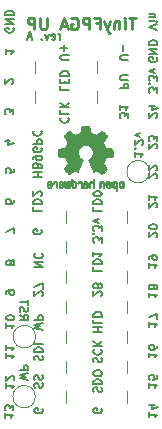
<source format=gbo>
G04 #@! TF.GenerationSoftware,KiCad,Pcbnew,(5.1.4-0-10_14)*
G04 #@! TF.CreationDate,2019-09-22T15:54:42+02:00*
G04 #@! TF.ProjectId,TinyFPGA-UP,54696e79-4650-4474-912d-55502e6b6963,A*
G04 #@! TF.SameCoordinates,Original*
G04 #@! TF.FileFunction,Legend,Bot*
G04 #@! TF.FilePolarity,Positive*
%FSLAX46Y46*%
G04 Gerber Fmt 4.6, Leading zero omitted, Abs format (unit mm)*
G04 Created by KiCad (PCBNEW (5.1.4-0-10_14)) date 2019-09-22 15:54:42*
%MOMM*%
%LPD*%
G04 APERTURE LIST*
%ADD10C,0.175000*%
%ADD11C,0.250000*%
%ADD12C,0.120000*%
%ADD13C,0.010000*%
G04 APERTURE END LIST*
D10*
X147083333Y-110933333D02*
X147783333Y-110933333D01*
X147450000Y-110933333D02*
X147450000Y-110533333D01*
X147083333Y-110533333D02*
X147783333Y-110533333D01*
X147450000Y-109966666D02*
X147416666Y-109866666D01*
X147383333Y-109833333D01*
X147316666Y-109800000D01*
X147216666Y-109800000D01*
X147150000Y-109833333D01*
X147116666Y-109866666D01*
X147083333Y-109933333D01*
X147083333Y-110200000D01*
X147783333Y-110200000D01*
X147783333Y-109966666D01*
X147750000Y-109900000D01*
X147716666Y-109866666D01*
X147650000Y-109833333D01*
X147583333Y-109833333D01*
X147516666Y-109866666D01*
X147483333Y-109900000D01*
X147450000Y-109966666D01*
X147450000Y-110200000D01*
X147083333Y-109466666D02*
X147083333Y-109333333D01*
X147116666Y-109266666D01*
X147150000Y-109233333D01*
X147250000Y-109166666D01*
X147383333Y-109133333D01*
X147650000Y-109133333D01*
X147716666Y-109166666D01*
X147750000Y-109200000D01*
X147783333Y-109266666D01*
X147783333Y-109400000D01*
X147750000Y-109466666D01*
X147716666Y-109500000D01*
X147650000Y-109533333D01*
X147483333Y-109533333D01*
X147416666Y-109500000D01*
X147383333Y-109466666D01*
X147350000Y-109400000D01*
X147350000Y-109266666D01*
X147383333Y-109200000D01*
X147416666Y-109166666D01*
X147483333Y-109133333D01*
X147750000Y-108466666D02*
X147783333Y-108533333D01*
X147783333Y-108633333D01*
X147750000Y-108733333D01*
X147683333Y-108800000D01*
X147616666Y-108833333D01*
X147483333Y-108866666D01*
X147383333Y-108866666D01*
X147250000Y-108833333D01*
X147183333Y-108800000D01*
X147116666Y-108733333D01*
X147083333Y-108633333D01*
X147083333Y-108566666D01*
X147116666Y-108466666D01*
X147150000Y-108433333D01*
X147383333Y-108433333D01*
X147383333Y-108566666D01*
X147083333Y-108133333D02*
X147783333Y-108133333D01*
X147783333Y-107866666D01*
X147750000Y-107800000D01*
X147716666Y-107766666D01*
X147650000Y-107733333D01*
X147550000Y-107733333D01*
X147483333Y-107766666D01*
X147450000Y-107800000D01*
X147416666Y-107866666D01*
X147416666Y-108133333D01*
X147150000Y-107033333D02*
X147116666Y-107066666D01*
X147083333Y-107166666D01*
X147083333Y-107233333D01*
X147116666Y-107333333D01*
X147183333Y-107400000D01*
X147250000Y-107433333D01*
X147383333Y-107466666D01*
X147483333Y-107466666D01*
X147616666Y-107433333D01*
X147683333Y-107400000D01*
X147750000Y-107333333D01*
X147783333Y-107233333D01*
X147783333Y-107166666D01*
X147750000Y-107066666D01*
X147716666Y-107033333D01*
X149350000Y-99316666D02*
X149350000Y-98850000D01*
X149350000Y-98983333D02*
X149316666Y-98916666D01*
X149283333Y-98883333D01*
X149216666Y-98850000D01*
X149150000Y-98850000D01*
X148650000Y-99283333D02*
X148716666Y-99316666D01*
X148850000Y-99316666D01*
X148916666Y-99283333D01*
X148950000Y-99216666D01*
X148950000Y-98950000D01*
X148916666Y-98883333D01*
X148850000Y-98850000D01*
X148716666Y-98850000D01*
X148650000Y-98883333D01*
X148616666Y-98950000D01*
X148616666Y-99016666D01*
X148950000Y-99083333D01*
X148383333Y-98850000D02*
X148216666Y-99316666D01*
X148050000Y-98850000D01*
X147783333Y-99250000D02*
X147750000Y-99283333D01*
X147783333Y-99316666D01*
X147816666Y-99283333D01*
X147783333Y-99250000D01*
X147783333Y-99316666D01*
X146950000Y-99116666D02*
X146616666Y-99116666D01*
X147016666Y-99316666D02*
X146783333Y-98616666D01*
X146550000Y-99316666D01*
X147883333Y-123900000D02*
X147183333Y-123733333D01*
X147683333Y-123600000D01*
X147183333Y-123466666D01*
X147883333Y-123300000D01*
X147183333Y-123033333D02*
X147883333Y-123033333D01*
X147883333Y-122766666D01*
X147850000Y-122700000D01*
X147816666Y-122666666D01*
X147750000Y-122633333D01*
X147650000Y-122633333D01*
X147583333Y-122666666D01*
X147550000Y-122700000D01*
X147516666Y-122766666D01*
X147516666Y-123033333D01*
X152183333Y-113466666D02*
X152183333Y-113800000D01*
X152883333Y-113800000D01*
X152183333Y-113233333D02*
X152883333Y-113233333D01*
X152883333Y-113066666D01*
X152850000Y-112966666D01*
X152783333Y-112900000D01*
X152716666Y-112866666D01*
X152583333Y-112833333D01*
X152483333Y-112833333D01*
X152350000Y-112866666D01*
X152283333Y-112900000D01*
X152216666Y-112966666D01*
X152183333Y-113066666D01*
X152183333Y-113233333D01*
X152883333Y-112400000D02*
X152883333Y-112333333D01*
X152850000Y-112266666D01*
X152816666Y-112233333D01*
X152750000Y-112200000D01*
X152616666Y-112166666D01*
X152450000Y-112166666D01*
X152316666Y-112200000D01*
X152250000Y-112233333D01*
X152216666Y-112266666D01*
X152183333Y-112333333D01*
X152183333Y-112400000D01*
X152216666Y-112466666D01*
X152250000Y-112500000D01*
X152316666Y-112533333D01*
X152450000Y-112566666D01*
X152616666Y-112566666D01*
X152750000Y-112533333D01*
X152816666Y-112500000D01*
X152850000Y-112466666D01*
X152883333Y-112400000D01*
X152883333Y-116500000D02*
X152883333Y-116066666D01*
X152616666Y-116300000D01*
X152616666Y-116200000D01*
X152583333Y-116133333D01*
X152550000Y-116100000D01*
X152483333Y-116066666D01*
X152316666Y-116066666D01*
X152250000Y-116100000D01*
X152216666Y-116133333D01*
X152183333Y-116200000D01*
X152183333Y-116400000D01*
X152216666Y-116466666D01*
X152250000Y-116500000D01*
X152250000Y-115766666D02*
X152216666Y-115733333D01*
X152183333Y-115766666D01*
X152216666Y-115800000D01*
X152250000Y-115766666D01*
X152183333Y-115766666D01*
X152883333Y-115500000D02*
X152883333Y-115066666D01*
X152616666Y-115300000D01*
X152616666Y-115200000D01*
X152583333Y-115133333D01*
X152550000Y-115100000D01*
X152483333Y-115066666D01*
X152316666Y-115066666D01*
X152250000Y-115100000D01*
X152216666Y-115133333D01*
X152183333Y-115200000D01*
X152183333Y-115400000D01*
X152216666Y-115466666D01*
X152250000Y-115500000D01*
X152650000Y-114833333D02*
X152183333Y-114666666D01*
X152650000Y-114500000D01*
X152183333Y-118566666D02*
X152183333Y-118900000D01*
X152883333Y-118900000D01*
X152183333Y-118333333D02*
X152883333Y-118333333D01*
X152883333Y-118166666D01*
X152850000Y-118066666D01*
X152783333Y-118000000D01*
X152716666Y-117966666D01*
X152583333Y-117933333D01*
X152483333Y-117933333D01*
X152350000Y-117966666D01*
X152283333Y-118000000D01*
X152216666Y-118066666D01*
X152183333Y-118166666D01*
X152183333Y-118333333D01*
X152183333Y-117266666D02*
X152183333Y-117666666D01*
X152183333Y-117466666D02*
X152883333Y-117466666D01*
X152783333Y-117533333D01*
X152716666Y-117600000D01*
X152683333Y-117666666D01*
X152816666Y-121033333D02*
X152850000Y-121000000D01*
X152883333Y-120933333D01*
X152883333Y-120766666D01*
X152850000Y-120700000D01*
X152816666Y-120666666D01*
X152750000Y-120633333D01*
X152683333Y-120633333D01*
X152583333Y-120666666D01*
X152183333Y-121066666D01*
X152183333Y-120633333D01*
X152583333Y-120233333D02*
X152616666Y-120300000D01*
X152650000Y-120333333D01*
X152716666Y-120366666D01*
X152750000Y-120366666D01*
X152816666Y-120333333D01*
X152850000Y-120300000D01*
X152883333Y-120233333D01*
X152883333Y-120100000D01*
X152850000Y-120033333D01*
X152816666Y-120000000D01*
X152750000Y-119966666D01*
X152716666Y-119966666D01*
X152650000Y-120000000D01*
X152616666Y-120033333D01*
X152583333Y-120100000D01*
X152583333Y-120233333D01*
X152550000Y-120300000D01*
X152516666Y-120333333D01*
X152450000Y-120366666D01*
X152316666Y-120366666D01*
X152250000Y-120333333D01*
X152216666Y-120300000D01*
X152183333Y-120233333D01*
X152183333Y-120100000D01*
X152216666Y-120033333D01*
X152250000Y-120000000D01*
X152316666Y-119966666D01*
X152450000Y-119966666D01*
X152516666Y-120000000D01*
X152550000Y-120033333D01*
X152583333Y-120100000D01*
X152183333Y-124083333D02*
X152883333Y-124083333D01*
X152550000Y-124083333D02*
X152550000Y-123683333D01*
X152183333Y-123683333D02*
X152883333Y-123683333D01*
X152183333Y-123016666D02*
X152183333Y-123350000D01*
X152883333Y-123350000D01*
X152183333Y-122783333D02*
X152883333Y-122783333D01*
X152883333Y-122616666D01*
X152850000Y-122516666D01*
X152783333Y-122450000D01*
X152716666Y-122416666D01*
X152583333Y-122383333D01*
X152483333Y-122383333D01*
X152350000Y-122416666D01*
X152283333Y-122450000D01*
X152216666Y-122516666D01*
X152183333Y-122616666D01*
X152183333Y-122783333D01*
X152216666Y-126650000D02*
X152183333Y-126550000D01*
X152183333Y-126383333D01*
X152216666Y-126316666D01*
X152250000Y-126283333D01*
X152316666Y-126250000D01*
X152383333Y-126250000D01*
X152450000Y-126283333D01*
X152483333Y-126316666D01*
X152516666Y-126383333D01*
X152550000Y-126516666D01*
X152583333Y-126583333D01*
X152616666Y-126616666D01*
X152683333Y-126650000D01*
X152750000Y-126650000D01*
X152816666Y-126616666D01*
X152850000Y-126583333D01*
X152883333Y-126516666D01*
X152883333Y-126350000D01*
X152850000Y-126250000D01*
X152250000Y-125550000D02*
X152216666Y-125583333D01*
X152183333Y-125683333D01*
X152183333Y-125750000D01*
X152216666Y-125850000D01*
X152283333Y-125916666D01*
X152350000Y-125950000D01*
X152483333Y-125983333D01*
X152583333Y-125983333D01*
X152716666Y-125950000D01*
X152783333Y-125916666D01*
X152850000Y-125850000D01*
X152883333Y-125750000D01*
X152883333Y-125683333D01*
X152850000Y-125583333D01*
X152816666Y-125550000D01*
X152183333Y-125250000D02*
X152883333Y-125250000D01*
X152183333Y-124850000D02*
X152583333Y-125150000D01*
X152883333Y-124850000D02*
X152483333Y-125250000D01*
X152216666Y-129166666D02*
X152183333Y-129066666D01*
X152183333Y-128900000D01*
X152216666Y-128833333D01*
X152250000Y-128800000D01*
X152316666Y-128766666D01*
X152383333Y-128766666D01*
X152450000Y-128800000D01*
X152483333Y-128833333D01*
X152516666Y-128900000D01*
X152550000Y-129033333D01*
X152583333Y-129100000D01*
X152616666Y-129133333D01*
X152683333Y-129166666D01*
X152750000Y-129166666D01*
X152816666Y-129133333D01*
X152850000Y-129100000D01*
X152883333Y-129033333D01*
X152883333Y-128866666D01*
X152850000Y-128766666D01*
X152183333Y-128466666D02*
X152883333Y-128466666D01*
X152883333Y-128300000D01*
X152850000Y-128200000D01*
X152783333Y-128133333D01*
X152716666Y-128100000D01*
X152583333Y-128066666D01*
X152483333Y-128066666D01*
X152350000Y-128100000D01*
X152283333Y-128133333D01*
X152216666Y-128200000D01*
X152183333Y-128300000D01*
X152183333Y-128466666D01*
X152883333Y-127633333D02*
X152883333Y-127500000D01*
X152850000Y-127433333D01*
X152783333Y-127366666D01*
X152650000Y-127333333D01*
X152416666Y-127333333D01*
X152283333Y-127366666D01*
X152216666Y-127433333D01*
X152183333Y-127500000D01*
X152183333Y-127633333D01*
X152216666Y-127700000D01*
X152283333Y-127766666D01*
X152416666Y-127800000D01*
X152650000Y-127800000D01*
X152783333Y-127766666D01*
X152850000Y-127700000D01*
X152883333Y-127633333D01*
X152850000Y-130566666D02*
X152883333Y-130633333D01*
X152883333Y-130733333D01*
X152850000Y-130833333D01*
X152783333Y-130900000D01*
X152716666Y-130933333D01*
X152583333Y-130966666D01*
X152483333Y-130966666D01*
X152350000Y-130933333D01*
X152283333Y-130900000D01*
X152216666Y-130833333D01*
X152183333Y-130733333D01*
X152183333Y-130666666D01*
X152216666Y-130566666D01*
X152250000Y-130533333D01*
X152483333Y-130533333D01*
X152483333Y-130666666D01*
X147216666Y-126466666D02*
X147183333Y-126366666D01*
X147183333Y-126200000D01*
X147216666Y-126133333D01*
X147250000Y-126100000D01*
X147316666Y-126066666D01*
X147383333Y-126066666D01*
X147450000Y-126100000D01*
X147483333Y-126133333D01*
X147516666Y-126200000D01*
X147550000Y-126333333D01*
X147583333Y-126400000D01*
X147616666Y-126433333D01*
X147683333Y-126466666D01*
X147750000Y-126466666D01*
X147816666Y-126433333D01*
X147850000Y-126400000D01*
X147883333Y-126333333D01*
X147883333Y-126166666D01*
X147850000Y-126066666D01*
X147183333Y-125766666D02*
X147883333Y-125766666D01*
X147883333Y-125600000D01*
X147850000Y-125500000D01*
X147783333Y-125433333D01*
X147716666Y-125400000D01*
X147583333Y-125366666D01*
X147483333Y-125366666D01*
X147350000Y-125400000D01*
X147283333Y-125433333D01*
X147216666Y-125500000D01*
X147183333Y-125600000D01*
X147183333Y-125766666D01*
X147183333Y-125066666D02*
X147883333Y-125066666D01*
X147216666Y-128783333D02*
X147183333Y-128683333D01*
X147183333Y-128516666D01*
X147216666Y-128450000D01*
X147250000Y-128416666D01*
X147316666Y-128383333D01*
X147383333Y-128383333D01*
X147450000Y-128416666D01*
X147483333Y-128450000D01*
X147516666Y-128516666D01*
X147550000Y-128650000D01*
X147583333Y-128716666D01*
X147616666Y-128750000D01*
X147683333Y-128783333D01*
X147750000Y-128783333D01*
X147816666Y-128750000D01*
X147850000Y-128716666D01*
X147883333Y-128650000D01*
X147883333Y-128483333D01*
X147850000Y-128383333D01*
X147216666Y-128116666D02*
X147183333Y-128016666D01*
X147183333Y-127850000D01*
X147216666Y-127783333D01*
X147250000Y-127750000D01*
X147316666Y-127716666D01*
X147383333Y-127716666D01*
X147450000Y-127750000D01*
X147483333Y-127783333D01*
X147516666Y-127850000D01*
X147550000Y-127983333D01*
X147583333Y-128050000D01*
X147616666Y-128083333D01*
X147683333Y-128116666D01*
X147750000Y-128116666D01*
X147816666Y-128083333D01*
X147850000Y-128050000D01*
X147883333Y-127983333D01*
X147883333Y-127816666D01*
X147850000Y-127716666D01*
X147850000Y-130566666D02*
X147883333Y-130633333D01*
X147883333Y-130733333D01*
X147850000Y-130833333D01*
X147783333Y-130900000D01*
X147716666Y-130933333D01*
X147583333Y-130966666D01*
X147483333Y-130966666D01*
X147350000Y-130933333D01*
X147283333Y-130900000D01*
X147216666Y-130833333D01*
X147183333Y-130733333D01*
X147183333Y-130666666D01*
X147216666Y-130566666D01*
X147250000Y-130533333D01*
X147483333Y-130533333D01*
X147483333Y-130666666D01*
X147816666Y-121033333D02*
X147850000Y-121000000D01*
X147883333Y-120933333D01*
X147883333Y-120766666D01*
X147850000Y-120700000D01*
X147816666Y-120666666D01*
X147750000Y-120633333D01*
X147683333Y-120633333D01*
X147583333Y-120666666D01*
X147183333Y-121066666D01*
X147183333Y-120633333D01*
X147883333Y-120400000D02*
X147883333Y-119933333D01*
X147183333Y-120233333D01*
X147183333Y-118550000D02*
X147883333Y-118550000D01*
X147183333Y-118150000D01*
X147883333Y-118150000D01*
X147250000Y-117416666D02*
X147216666Y-117450000D01*
X147183333Y-117550000D01*
X147183333Y-117616666D01*
X147216666Y-117716666D01*
X147283333Y-117783333D01*
X147350000Y-117816666D01*
X147483333Y-117850000D01*
X147583333Y-117850000D01*
X147716666Y-117816666D01*
X147783333Y-117783333D01*
X147850000Y-117716666D01*
X147883333Y-117616666D01*
X147883333Y-117550000D01*
X147850000Y-117450000D01*
X147816666Y-117416666D01*
X147750000Y-115416666D02*
X147783333Y-115483333D01*
X147783333Y-115583333D01*
X147750000Y-115683333D01*
X147683333Y-115750000D01*
X147616666Y-115783333D01*
X147483333Y-115816666D01*
X147383333Y-115816666D01*
X147250000Y-115783333D01*
X147183333Y-115750000D01*
X147116666Y-115683333D01*
X147083333Y-115583333D01*
X147083333Y-115516666D01*
X147116666Y-115416666D01*
X147150000Y-115383333D01*
X147383333Y-115383333D01*
X147383333Y-115516666D01*
X147083333Y-113466666D02*
X147083333Y-113800000D01*
X147783333Y-113800000D01*
X147083333Y-113233333D02*
X147783333Y-113233333D01*
X147783333Y-113066666D01*
X147750000Y-112966666D01*
X147683333Y-112900000D01*
X147616666Y-112866666D01*
X147483333Y-112833333D01*
X147383333Y-112833333D01*
X147250000Y-112866666D01*
X147183333Y-112900000D01*
X147116666Y-112966666D01*
X147083333Y-113066666D01*
X147083333Y-113233333D01*
X147716666Y-112566666D02*
X147750000Y-112533333D01*
X147783333Y-112466666D01*
X147783333Y-112300000D01*
X147750000Y-112233333D01*
X147716666Y-112200000D01*
X147650000Y-112166666D01*
X147583333Y-112166666D01*
X147483333Y-112200000D01*
X147083333Y-112600000D01*
X147083333Y-112166666D01*
X155133333Y-105966666D02*
X155133333Y-105533333D01*
X154866666Y-105766666D01*
X154866666Y-105666666D01*
X154833333Y-105600000D01*
X154800000Y-105566666D01*
X154733333Y-105533333D01*
X154566666Y-105533333D01*
X154500000Y-105566666D01*
X154466666Y-105600000D01*
X154433333Y-105666666D01*
X154433333Y-105866666D01*
X154466666Y-105933333D01*
X154500000Y-105966666D01*
X154433333Y-104866666D02*
X154433333Y-105266666D01*
X154433333Y-105066666D02*
X155133333Y-105066666D01*
X155033333Y-105133333D01*
X154966666Y-105200000D01*
X154933333Y-105266666D01*
X154433333Y-103450000D02*
X155133333Y-103450000D01*
X155133333Y-103183333D01*
X155100000Y-103116666D01*
X155066666Y-103083333D01*
X155000000Y-103050000D01*
X154900000Y-103050000D01*
X154833333Y-103083333D01*
X154800000Y-103116666D01*
X154766666Y-103183333D01*
X154766666Y-103450000D01*
X155133333Y-102750000D02*
X154566666Y-102750000D01*
X154500000Y-102716666D01*
X154466666Y-102683333D01*
X154433333Y-102616666D01*
X154433333Y-102483333D01*
X154466666Y-102416666D01*
X154500000Y-102383333D01*
X154566666Y-102350000D01*
X155133333Y-102350000D01*
X155133333Y-101033333D02*
X154566666Y-101033333D01*
X154500000Y-101000000D01*
X154466666Y-100966666D01*
X154433333Y-100900000D01*
X154433333Y-100766666D01*
X154466666Y-100700000D01*
X154500000Y-100666666D01*
X154566666Y-100633333D01*
X155133333Y-100633333D01*
X154700000Y-100300000D02*
X154700000Y-99766666D01*
X149450000Y-105916666D02*
X149416666Y-105950000D01*
X149383333Y-106050000D01*
X149383333Y-106116666D01*
X149416666Y-106216666D01*
X149483333Y-106283333D01*
X149550000Y-106316666D01*
X149683333Y-106350000D01*
X149783333Y-106350000D01*
X149916666Y-106316666D01*
X149983333Y-106283333D01*
X150050000Y-106216666D01*
X150083333Y-106116666D01*
X150083333Y-106050000D01*
X150050000Y-105950000D01*
X150016666Y-105916666D01*
X149383333Y-105283333D02*
X149383333Y-105616666D01*
X150083333Y-105616666D01*
X149383333Y-105050000D02*
X150083333Y-105050000D01*
X149383333Y-104650000D02*
X149783333Y-104950000D01*
X150083333Y-104650000D02*
X149683333Y-105050000D01*
X149383333Y-103250000D02*
X149383333Y-103583333D01*
X150083333Y-103583333D01*
X149750000Y-103016666D02*
X149750000Y-102783333D01*
X149383333Y-102683333D02*
X149383333Y-103016666D01*
X150083333Y-103016666D01*
X150083333Y-102683333D01*
X149383333Y-102383333D02*
X150083333Y-102383333D01*
X150083333Y-102216666D01*
X150050000Y-102116666D01*
X149983333Y-102050000D01*
X149916666Y-102016666D01*
X149783333Y-101983333D01*
X149683333Y-101983333D01*
X149550000Y-102016666D01*
X149483333Y-102050000D01*
X149416666Y-102116666D01*
X149383333Y-102216666D01*
X149383333Y-102383333D01*
X150083333Y-101033333D02*
X149516666Y-101033333D01*
X149450000Y-101000000D01*
X149416666Y-100966666D01*
X149383333Y-100900000D01*
X149383333Y-100766666D01*
X149416666Y-100700000D01*
X149450000Y-100666666D01*
X149516666Y-100633333D01*
X150083333Y-100633333D01*
X149650000Y-100300000D02*
X149650000Y-99766666D01*
X149383333Y-100033333D02*
X149916666Y-100033333D01*
X155683333Y-108816666D02*
X155683333Y-109216666D01*
X155683333Y-109016666D02*
X156383333Y-109016666D01*
X156283333Y-109083333D01*
X156216666Y-109150000D01*
X156183333Y-109216666D01*
X155750000Y-108516666D02*
X155716666Y-108483333D01*
X155683333Y-108516666D01*
X155716666Y-108550000D01*
X155750000Y-108516666D01*
X155683333Y-108516666D01*
X156316666Y-108216666D02*
X156350000Y-108183333D01*
X156383333Y-108116666D01*
X156383333Y-107950000D01*
X156350000Y-107883333D01*
X156316666Y-107850000D01*
X156250000Y-107816666D01*
X156183333Y-107816666D01*
X156083333Y-107850000D01*
X155683333Y-108250000D01*
X155683333Y-107816666D01*
X156150000Y-107583333D02*
X155683333Y-107416666D01*
X156150000Y-107250000D01*
X145933333Y-122633333D02*
X146266666Y-122866666D01*
X145933333Y-123033333D02*
X146633333Y-123033333D01*
X146633333Y-122766666D01*
X146600000Y-122700000D01*
X146566666Y-122666666D01*
X146500000Y-122633333D01*
X146400000Y-122633333D01*
X146333333Y-122666666D01*
X146300000Y-122700000D01*
X146266666Y-122766666D01*
X146266666Y-123033333D01*
X145966666Y-122366666D02*
X145933333Y-122266666D01*
X145933333Y-122100000D01*
X145966666Y-122033333D01*
X146000000Y-122000000D01*
X146066666Y-121966666D01*
X146133333Y-121966666D01*
X146200000Y-122000000D01*
X146233333Y-122033333D01*
X146266666Y-122100000D01*
X146300000Y-122233333D01*
X146333333Y-122300000D01*
X146366666Y-122333333D01*
X146433333Y-122366666D01*
X146500000Y-122366666D01*
X146566666Y-122333333D01*
X146600000Y-122300000D01*
X146633333Y-122233333D01*
X146633333Y-122066666D01*
X146600000Y-121966666D01*
X146633333Y-121766666D02*
X146633333Y-121366666D01*
X145933333Y-121566666D02*
X146633333Y-121566666D01*
X146633333Y-128150000D02*
X145933333Y-127983333D01*
X146433333Y-127850000D01*
X145933333Y-127716666D01*
X146633333Y-127550000D01*
X145933333Y-127283333D02*
X146633333Y-127283333D01*
X146633333Y-127016666D01*
X146600000Y-126950000D01*
X146566666Y-126916666D01*
X146500000Y-126883333D01*
X146400000Y-126883333D01*
X146333333Y-126916666D01*
X146300000Y-126950000D01*
X146266666Y-127016666D01*
X146266666Y-127283333D01*
X157583333Y-98466666D02*
X156883333Y-98233333D01*
X157583333Y-98000000D01*
X156883333Y-97766666D02*
X157350000Y-97766666D01*
X157583333Y-97766666D02*
X157550000Y-97800000D01*
X157516666Y-97766666D01*
X157550000Y-97733333D01*
X157583333Y-97766666D01*
X157516666Y-97766666D01*
X157350000Y-97433333D02*
X156883333Y-97433333D01*
X157283333Y-97433333D02*
X157316666Y-97400000D01*
X157350000Y-97333333D01*
X157350000Y-97233333D01*
X157316666Y-97166666D01*
X157250000Y-97133333D01*
X156883333Y-97133333D01*
X157550000Y-100833333D02*
X157583333Y-100900000D01*
X157583333Y-101000000D01*
X157550000Y-101100000D01*
X157483333Y-101166666D01*
X157416666Y-101200000D01*
X157283333Y-101233333D01*
X157183333Y-101233333D01*
X157050000Y-101200000D01*
X156983333Y-101166666D01*
X156916666Y-101100000D01*
X156883333Y-101000000D01*
X156883333Y-100933333D01*
X156916666Y-100833333D01*
X156950000Y-100800000D01*
X157183333Y-100800000D01*
X157183333Y-100933333D01*
X156883333Y-100500000D02*
X157583333Y-100500000D01*
X156883333Y-100100000D01*
X157583333Y-100100000D01*
X156883333Y-99766666D02*
X157583333Y-99766666D01*
X157583333Y-99600000D01*
X157550000Y-99500000D01*
X157483333Y-99433333D01*
X157416666Y-99400000D01*
X157283333Y-99366666D01*
X157183333Y-99366666D01*
X157050000Y-99400000D01*
X156983333Y-99433333D01*
X156916666Y-99500000D01*
X156883333Y-99600000D01*
X156883333Y-99766666D01*
X157583333Y-103800000D02*
X157583333Y-103366666D01*
X157316666Y-103600000D01*
X157316666Y-103500000D01*
X157283333Y-103433333D01*
X157250000Y-103400000D01*
X157183333Y-103366666D01*
X157016666Y-103366666D01*
X156950000Y-103400000D01*
X156916666Y-103433333D01*
X156883333Y-103500000D01*
X156883333Y-103700000D01*
X156916666Y-103766666D01*
X156950000Y-103800000D01*
X156950000Y-103066666D02*
X156916666Y-103033333D01*
X156883333Y-103066666D01*
X156916666Y-103100000D01*
X156950000Y-103066666D01*
X156883333Y-103066666D01*
X157583333Y-102800000D02*
X157583333Y-102366666D01*
X157316666Y-102600000D01*
X157316666Y-102500000D01*
X157283333Y-102433333D01*
X157250000Y-102400000D01*
X157183333Y-102366666D01*
X157016666Y-102366666D01*
X156950000Y-102400000D01*
X156916666Y-102433333D01*
X156883333Y-102500000D01*
X156883333Y-102700000D01*
X156916666Y-102766666D01*
X156950000Y-102800000D01*
X157350000Y-102133333D02*
X156883333Y-101966666D01*
X157350000Y-101800000D01*
X157516666Y-105933333D02*
X157550000Y-105900000D01*
X157583333Y-105833333D01*
X157583333Y-105666666D01*
X157550000Y-105600000D01*
X157516666Y-105566666D01*
X157450000Y-105533333D01*
X157383333Y-105533333D01*
X157283333Y-105566666D01*
X156883333Y-105966666D01*
X156883333Y-105533333D01*
X157350000Y-104933333D02*
X156883333Y-104933333D01*
X157616666Y-105100000D02*
X157116666Y-105266666D01*
X157116666Y-104833333D01*
X157516666Y-108533333D02*
X157550000Y-108500000D01*
X157583333Y-108433333D01*
X157583333Y-108266666D01*
X157550000Y-108200000D01*
X157516666Y-108166666D01*
X157450000Y-108133333D01*
X157383333Y-108133333D01*
X157283333Y-108166666D01*
X156883333Y-108566666D01*
X156883333Y-108133333D01*
X157583333Y-107900000D02*
X157583333Y-107466666D01*
X157316666Y-107700000D01*
X157316666Y-107600000D01*
X157283333Y-107533333D01*
X157250000Y-107500000D01*
X157183333Y-107466666D01*
X157016666Y-107466666D01*
X156950000Y-107500000D01*
X156916666Y-107533333D01*
X156883333Y-107600000D01*
X156883333Y-107800000D01*
X156916666Y-107866666D01*
X156950000Y-107900000D01*
X157516666Y-111033333D02*
X157550000Y-111000000D01*
X157583333Y-110933333D01*
X157583333Y-110766666D01*
X157550000Y-110700000D01*
X157516666Y-110666666D01*
X157450000Y-110633333D01*
X157383333Y-110633333D01*
X157283333Y-110666666D01*
X156883333Y-111066666D01*
X156883333Y-110633333D01*
X157516666Y-110366666D02*
X157550000Y-110333333D01*
X157583333Y-110266666D01*
X157583333Y-110100000D01*
X157550000Y-110033333D01*
X157516666Y-110000000D01*
X157450000Y-109966666D01*
X157383333Y-109966666D01*
X157283333Y-110000000D01*
X156883333Y-110400000D01*
X156883333Y-109966666D01*
X157516666Y-113533333D02*
X157550000Y-113500000D01*
X157583333Y-113433333D01*
X157583333Y-113266666D01*
X157550000Y-113200000D01*
X157516666Y-113166666D01*
X157450000Y-113133333D01*
X157383333Y-113133333D01*
X157283333Y-113166666D01*
X156883333Y-113566666D01*
X156883333Y-113133333D01*
X156883333Y-112466666D02*
X156883333Y-112866666D01*
X156883333Y-112666666D02*
X157583333Y-112666666D01*
X157483333Y-112733333D01*
X157416666Y-112800000D01*
X157383333Y-112866666D01*
X157516666Y-116033333D02*
X157550000Y-116000000D01*
X157583333Y-115933333D01*
X157583333Y-115766666D01*
X157550000Y-115700000D01*
X157516666Y-115666666D01*
X157450000Y-115633333D01*
X157383333Y-115633333D01*
X157283333Y-115666666D01*
X156883333Y-116066666D01*
X156883333Y-115633333D01*
X157583333Y-115200000D02*
X157583333Y-115133333D01*
X157550000Y-115066666D01*
X157516666Y-115033333D01*
X157450000Y-115000000D01*
X157316666Y-114966666D01*
X157150000Y-114966666D01*
X157016666Y-115000000D01*
X156950000Y-115033333D01*
X156916666Y-115066666D01*
X156883333Y-115133333D01*
X156883333Y-115200000D01*
X156916666Y-115266666D01*
X156950000Y-115300000D01*
X157016666Y-115333333D01*
X157150000Y-115366666D01*
X157316666Y-115366666D01*
X157450000Y-115333333D01*
X157516666Y-115300000D01*
X157550000Y-115266666D01*
X157583333Y-115200000D01*
X156883333Y-118233333D02*
X156883333Y-118633333D01*
X156883333Y-118433333D02*
X157583333Y-118433333D01*
X157483333Y-118500000D01*
X157416666Y-118566666D01*
X157383333Y-118633333D01*
X156883333Y-117900000D02*
X156883333Y-117766666D01*
X156916666Y-117700000D01*
X156950000Y-117666666D01*
X157050000Y-117600000D01*
X157183333Y-117566666D01*
X157450000Y-117566666D01*
X157516666Y-117600000D01*
X157550000Y-117633333D01*
X157583333Y-117700000D01*
X157583333Y-117833333D01*
X157550000Y-117900000D01*
X157516666Y-117933333D01*
X157450000Y-117966666D01*
X157283333Y-117966666D01*
X157216666Y-117933333D01*
X157183333Y-117900000D01*
X157150000Y-117833333D01*
X157150000Y-117700000D01*
X157183333Y-117633333D01*
X157216666Y-117600000D01*
X157283333Y-117566666D01*
X156883333Y-120733333D02*
X156883333Y-121133333D01*
X156883333Y-120933333D02*
X157583333Y-120933333D01*
X157483333Y-121000000D01*
X157416666Y-121066666D01*
X157383333Y-121133333D01*
X157283333Y-120333333D02*
X157316666Y-120400000D01*
X157350000Y-120433333D01*
X157416666Y-120466666D01*
X157450000Y-120466666D01*
X157516666Y-120433333D01*
X157550000Y-120400000D01*
X157583333Y-120333333D01*
X157583333Y-120200000D01*
X157550000Y-120133333D01*
X157516666Y-120100000D01*
X157450000Y-120066666D01*
X157416666Y-120066666D01*
X157350000Y-120100000D01*
X157316666Y-120133333D01*
X157283333Y-120200000D01*
X157283333Y-120333333D01*
X157250000Y-120400000D01*
X157216666Y-120433333D01*
X157150000Y-120466666D01*
X157016666Y-120466666D01*
X156950000Y-120433333D01*
X156916666Y-120400000D01*
X156883333Y-120333333D01*
X156883333Y-120200000D01*
X156916666Y-120133333D01*
X156950000Y-120100000D01*
X157016666Y-120066666D01*
X157150000Y-120066666D01*
X157216666Y-120100000D01*
X157250000Y-120133333D01*
X157283333Y-120200000D01*
X156883333Y-123233333D02*
X156883333Y-123633333D01*
X156883333Y-123433333D02*
X157583333Y-123433333D01*
X157483333Y-123500000D01*
X157416666Y-123566666D01*
X157383333Y-123633333D01*
X157583333Y-123000000D02*
X157583333Y-122533333D01*
X156883333Y-122833333D01*
X156883333Y-125833333D02*
X156883333Y-126233333D01*
X156883333Y-126033333D02*
X157583333Y-126033333D01*
X157483333Y-126100000D01*
X157416666Y-126166666D01*
X157383333Y-126233333D01*
X157583333Y-125233333D02*
X157583333Y-125366666D01*
X157550000Y-125433333D01*
X157516666Y-125466666D01*
X157416666Y-125533333D01*
X157283333Y-125566666D01*
X157016666Y-125566666D01*
X156950000Y-125533333D01*
X156916666Y-125500000D01*
X156883333Y-125433333D01*
X156883333Y-125300000D01*
X156916666Y-125233333D01*
X156950000Y-125200000D01*
X157016666Y-125166666D01*
X157183333Y-125166666D01*
X157250000Y-125200000D01*
X157283333Y-125233333D01*
X157316666Y-125300000D01*
X157316666Y-125433333D01*
X157283333Y-125500000D01*
X157250000Y-125533333D01*
X157183333Y-125566666D01*
X156883333Y-128383333D02*
X156883333Y-128783333D01*
X156883333Y-128583333D02*
X157583333Y-128583333D01*
X157483333Y-128650000D01*
X157416666Y-128716666D01*
X157383333Y-128783333D01*
X157583333Y-127750000D02*
X157583333Y-128083333D01*
X157250000Y-128116666D01*
X157283333Y-128083333D01*
X157316666Y-128016666D01*
X157316666Y-127850000D01*
X157283333Y-127783333D01*
X157250000Y-127750000D01*
X157183333Y-127716666D01*
X157016666Y-127716666D01*
X156950000Y-127750000D01*
X156916666Y-127783333D01*
X156883333Y-127850000D01*
X156883333Y-128016666D01*
X156916666Y-128083333D01*
X156950000Y-128116666D01*
X156883333Y-130883333D02*
X156883333Y-131283333D01*
X156883333Y-131083333D02*
X157583333Y-131083333D01*
X157483333Y-131150000D01*
X157416666Y-131216666D01*
X157383333Y-131283333D01*
X157350000Y-130283333D02*
X156883333Y-130283333D01*
X157616666Y-130450000D02*
X157116666Y-130616666D01*
X157116666Y-130183333D01*
X144683333Y-130933333D02*
X144683333Y-131333333D01*
X144683333Y-131133333D02*
X145383333Y-131133333D01*
X145283333Y-131200000D01*
X145216666Y-131266666D01*
X145183333Y-131333333D01*
X145383333Y-130700000D02*
X145383333Y-130266666D01*
X145116666Y-130500000D01*
X145116666Y-130400000D01*
X145083333Y-130333333D01*
X145050000Y-130300000D01*
X144983333Y-130266666D01*
X144816666Y-130266666D01*
X144750000Y-130300000D01*
X144716666Y-130333333D01*
X144683333Y-130400000D01*
X144683333Y-130600000D01*
X144716666Y-130666666D01*
X144750000Y-130700000D01*
X144783333Y-128433333D02*
X144783333Y-128833333D01*
X144783333Y-128633333D02*
X145483333Y-128633333D01*
X145383333Y-128700000D01*
X145316666Y-128766666D01*
X145283333Y-128833333D01*
X145416666Y-128166666D02*
X145450000Y-128133333D01*
X145483333Y-128066666D01*
X145483333Y-127900000D01*
X145450000Y-127833333D01*
X145416666Y-127800000D01*
X145350000Y-127766666D01*
X145283333Y-127766666D01*
X145183333Y-127800000D01*
X144783333Y-128200000D01*
X144783333Y-127766666D01*
X144783333Y-125883333D02*
X144783333Y-126283333D01*
X144783333Y-126083333D02*
X145483333Y-126083333D01*
X145383333Y-126150000D01*
X145316666Y-126216666D01*
X145283333Y-126283333D01*
X144783333Y-125216666D02*
X144783333Y-125616666D01*
X144783333Y-125416666D02*
X145483333Y-125416666D01*
X145383333Y-125483333D01*
X145316666Y-125550000D01*
X145283333Y-125616666D01*
X144783333Y-123333333D02*
X144783333Y-123733333D01*
X144783333Y-123533333D02*
X145483333Y-123533333D01*
X145383333Y-123600000D01*
X145316666Y-123666666D01*
X145283333Y-123733333D01*
X145483333Y-122900000D02*
X145483333Y-122833333D01*
X145450000Y-122766666D01*
X145416666Y-122733333D01*
X145350000Y-122700000D01*
X145216666Y-122666666D01*
X145050000Y-122666666D01*
X144916666Y-122700000D01*
X144850000Y-122733333D01*
X144816666Y-122766666D01*
X144783333Y-122833333D01*
X144783333Y-122900000D01*
X144816666Y-122966666D01*
X144850000Y-123000000D01*
X144916666Y-123033333D01*
X145050000Y-123066666D01*
X145216666Y-123066666D01*
X145350000Y-123033333D01*
X145416666Y-123000000D01*
X145450000Y-122966666D01*
X145483333Y-122900000D01*
X144783333Y-120833333D02*
X144783333Y-120700000D01*
X144816666Y-120633333D01*
X144850000Y-120600000D01*
X144950000Y-120533333D01*
X145083333Y-120500000D01*
X145350000Y-120500000D01*
X145416666Y-120533333D01*
X145450000Y-120566666D01*
X145483333Y-120633333D01*
X145483333Y-120766666D01*
X145450000Y-120833333D01*
X145416666Y-120866666D01*
X145350000Y-120900000D01*
X145183333Y-120900000D01*
X145116666Y-120866666D01*
X145083333Y-120833333D01*
X145050000Y-120766666D01*
X145050000Y-120633333D01*
X145083333Y-120566666D01*
X145116666Y-120533333D01*
X145183333Y-120500000D01*
X145183333Y-118266666D02*
X145216666Y-118333333D01*
X145250000Y-118366666D01*
X145316666Y-118400000D01*
X145350000Y-118400000D01*
X145416666Y-118366666D01*
X145450000Y-118333333D01*
X145483333Y-118266666D01*
X145483333Y-118133333D01*
X145450000Y-118066666D01*
X145416666Y-118033333D01*
X145350000Y-118000000D01*
X145316666Y-118000000D01*
X145250000Y-118033333D01*
X145216666Y-118066666D01*
X145183333Y-118133333D01*
X145183333Y-118266666D01*
X145150000Y-118333333D01*
X145116666Y-118366666D01*
X145050000Y-118400000D01*
X144916666Y-118400000D01*
X144850000Y-118366666D01*
X144816666Y-118333333D01*
X144783333Y-118266666D01*
X144783333Y-118133333D01*
X144816666Y-118066666D01*
X144850000Y-118033333D01*
X144916666Y-118000000D01*
X145050000Y-118000000D01*
X145116666Y-118033333D01*
X145150000Y-118066666D01*
X145183333Y-118133333D01*
X145433333Y-115733333D02*
X145433333Y-115266666D01*
X144733333Y-115566666D01*
X145433333Y-112916666D02*
X145433333Y-113050000D01*
X145400000Y-113116666D01*
X145366666Y-113150000D01*
X145266666Y-113216666D01*
X145133333Y-113250000D01*
X144866666Y-113250000D01*
X144800000Y-113216666D01*
X144766666Y-113183333D01*
X144733333Y-113116666D01*
X144733333Y-112983333D01*
X144766666Y-112916666D01*
X144800000Y-112883333D01*
X144866666Y-112850000D01*
X145033333Y-112850000D01*
X145100000Y-112883333D01*
X145133333Y-112916666D01*
X145166666Y-112983333D01*
X145166666Y-113116666D01*
X145133333Y-113183333D01*
X145100000Y-113216666D01*
X145033333Y-113250000D01*
X145433333Y-110233333D02*
X145433333Y-110566666D01*
X145100000Y-110600000D01*
X145133333Y-110566666D01*
X145166666Y-110500000D01*
X145166666Y-110333333D01*
X145133333Y-110266666D01*
X145100000Y-110233333D01*
X145033333Y-110200000D01*
X144866666Y-110200000D01*
X144800000Y-110233333D01*
X144766666Y-110266666D01*
X144733333Y-110333333D01*
X144733333Y-110500000D01*
X144766666Y-110566666D01*
X144800000Y-110600000D01*
X145150000Y-107866666D02*
X144683333Y-107866666D01*
X145416666Y-108033333D02*
X144916666Y-108200000D01*
X144916666Y-107766666D01*
X145383333Y-105633333D02*
X145383333Y-105200000D01*
X145116666Y-105433333D01*
X145116666Y-105333333D01*
X145083333Y-105266666D01*
X145050000Y-105233333D01*
X144983333Y-105200000D01*
X144816666Y-105200000D01*
X144750000Y-105233333D01*
X144716666Y-105266666D01*
X144683333Y-105333333D01*
X144683333Y-105533333D01*
X144716666Y-105600000D01*
X144750000Y-105633333D01*
X145316666Y-103050000D02*
X145350000Y-103016666D01*
X145383333Y-102950000D01*
X145383333Y-102783333D01*
X145350000Y-102716666D01*
X145316666Y-102683333D01*
X145250000Y-102650000D01*
X145183333Y-102650000D01*
X145083333Y-102683333D01*
X144683333Y-103083333D01*
X144683333Y-102650000D01*
X144733333Y-100100000D02*
X144733333Y-100500000D01*
X144733333Y-100300000D02*
X145433333Y-100300000D01*
X145333333Y-100366666D01*
X145266666Y-100433333D01*
X145233333Y-100500000D01*
X145390000Y-98332433D02*
X145423333Y-98399100D01*
X145423333Y-98499100D01*
X145390000Y-98599100D01*
X145323333Y-98665766D01*
X145256666Y-98699100D01*
X145123333Y-98732433D01*
X145023333Y-98732433D01*
X144890000Y-98699100D01*
X144823333Y-98665766D01*
X144756666Y-98599100D01*
X144723333Y-98499100D01*
X144723333Y-98432433D01*
X144756666Y-98332433D01*
X144790000Y-98299100D01*
X145023333Y-98299100D01*
X145023333Y-98432433D01*
X144723333Y-97999100D02*
X145423333Y-97999100D01*
X144723333Y-97599100D01*
X145423333Y-97599100D01*
X144723333Y-97265766D02*
X145423333Y-97265766D01*
X145423333Y-97099100D01*
X145390000Y-96999100D01*
X145323333Y-96932433D01*
X145256666Y-96899100D01*
X145123333Y-96865766D01*
X145023333Y-96865766D01*
X144890000Y-96899100D01*
X144823333Y-96932433D01*
X144756666Y-96999100D01*
X144723333Y-97099100D01*
X144723333Y-97265766D01*
D11*
X155749047Y-97452380D02*
X155177619Y-97452380D01*
X155463333Y-98452380D02*
X155463333Y-97452380D01*
X154844285Y-98452380D02*
X154844285Y-97785714D01*
X154844285Y-97452380D02*
X154891904Y-97500000D01*
X154844285Y-97547619D01*
X154796666Y-97500000D01*
X154844285Y-97452380D01*
X154844285Y-97547619D01*
X154368095Y-97785714D02*
X154368095Y-98452380D01*
X154368095Y-97880952D02*
X154320476Y-97833333D01*
X154225238Y-97785714D01*
X154082380Y-97785714D01*
X153987142Y-97833333D01*
X153939523Y-97928571D01*
X153939523Y-98452380D01*
X153558571Y-97785714D02*
X153320476Y-98452380D01*
X153082380Y-97785714D02*
X153320476Y-98452380D01*
X153415714Y-98690476D01*
X153463333Y-98738095D01*
X153558571Y-98785714D01*
X152368095Y-97928571D02*
X152701428Y-97928571D01*
X152701428Y-98452380D02*
X152701428Y-97452380D01*
X152225238Y-97452380D01*
X151844285Y-98452380D02*
X151844285Y-97452380D01*
X151463333Y-97452380D01*
X151368095Y-97500000D01*
X151320476Y-97547619D01*
X151272857Y-97642857D01*
X151272857Y-97785714D01*
X151320476Y-97880952D01*
X151368095Y-97928571D01*
X151463333Y-97976190D01*
X151844285Y-97976190D01*
X150320476Y-97500000D02*
X150415714Y-97452380D01*
X150558571Y-97452380D01*
X150701428Y-97500000D01*
X150796666Y-97595238D01*
X150844285Y-97690476D01*
X150891904Y-97880952D01*
X150891904Y-98023809D01*
X150844285Y-98214285D01*
X150796666Y-98309523D01*
X150701428Y-98404761D01*
X150558571Y-98452380D01*
X150463333Y-98452380D01*
X150320476Y-98404761D01*
X150272857Y-98357142D01*
X150272857Y-98023809D01*
X150463333Y-98023809D01*
X149891904Y-98166666D02*
X149415714Y-98166666D01*
X149987142Y-98452380D02*
X149653809Y-97452380D01*
X149320476Y-98452380D01*
X148225238Y-97452380D02*
X148225238Y-98261904D01*
X148177619Y-98357142D01*
X148130000Y-98404761D01*
X148034761Y-98452380D01*
X147844285Y-98452380D01*
X147749047Y-98404761D01*
X147701428Y-98357142D01*
X147653809Y-98261904D01*
X147653809Y-97452380D01*
X147177619Y-98452380D02*
X147177619Y-97452380D01*
X146796666Y-97452380D01*
X146701428Y-97500000D01*
X146653809Y-97547619D01*
X146606190Y-97642857D01*
X146606190Y-97785714D01*
X146653809Y-97880952D01*
X146701428Y-97928571D01*
X146796666Y-97976190D01*
X147177619Y-97976190D01*
D12*
X155031000Y-113799100D02*
X155031000Y-114819100D01*
X149831000Y-113799100D02*
X149831000Y-114819100D01*
X155031000Y-116339100D02*
X155031000Y-117359100D01*
X149831000Y-116339100D02*
X149831000Y-117359100D01*
X155031000Y-118879100D02*
X155031000Y-119899100D01*
X149831000Y-118879100D02*
X149831000Y-119899100D01*
X155031000Y-121419100D02*
X155031000Y-122439100D01*
X149831000Y-121419100D02*
X149831000Y-122439100D01*
X155031000Y-123959100D02*
X155031000Y-124979100D01*
X149831000Y-123959100D02*
X149831000Y-124979100D01*
X155031000Y-126499100D02*
X155031000Y-127519100D01*
X149831000Y-126499100D02*
X149831000Y-127519100D01*
X155031000Y-129039100D02*
X155031000Y-130059100D01*
X149831000Y-129039100D02*
X149831000Y-130059100D01*
X147251000Y-104659100D02*
X147251000Y-103639100D01*
X152451000Y-104659100D02*
X152451000Y-103639100D01*
X147251000Y-102119100D02*
X147251000Y-101099100D01*
X152451000Y-102119100D02*
X152451000Y-101099100D01*
X147260000Y-129549100D02*
G75*
G03X147260000Y-129549100I-950000J0D01*
G01*
X147280000Y-124469910D02*
G75*
G03X147280000Y-124469910I-950000J0D01*
G01*
X156912000Y-110499100D02*
G75*
G03X156912000Y-110499100I-950000J0D01*
G01*
D13*
G36*
X151396090Y-106592348D02*
G01*
X151317546Y-106592778D01*
X151260702Y-106593942D01*
X151221895Y-106596207D01*
X151197462Y-106599940D01*
X151183738Y-106605506D01*
X151177060Y-106613273D01*
X151173764Y-106623605D01*
X151173444Y-106624943D01*
X151168438Y-106649079D01*
X151159171Y-106696701D01*
X151146608Y-106762741D01*
X151131713Y-106842128D01*
X151115449Y-106929796D01*
X151114881Y-106932875D01*
X151098590Y-107018789D01*
X151083348Y-107094696D01*
X151070139Y-107156045D01*
X151059946Y-107198282D01*
X151053752Y-107216855D01*
X151053457Y-107217184D01*
X151035212Y-107226253D01*
X150997595Y-107241367D01*
X150948729Y-107259262D01*
X150948457Y-107259358D01*
X150886907Y-107282493D01*
X150814343Y-107311965D01*
X150745943Y-107341597D01*
X150742706Y-107343062D01*
X150631298Y-107393626D01*
X150384601Y-107225160D01*
X150308923Y-107173803D01*
X150240369Y-107127889D01*
X150182912Y-107090030D01*
X150140524Y-107062837D01*
X150117175Y-107048921D01*
X150114958Y-107047889D01*
X150097990Y-107052484D01*
X150066299Y-107074655D01*
X150018648Y-107115447D01*
X149953802Y-107175905D01*
X149887603Y-107240227D01*
X149823786Y-107303612D01*
X149766671Y-107361451D01*
X149719695Y-107410175D01*
X149686297Y-107446210D01*
X149669915Y-107465984D01*
X149669306Y-107467002D01*
X149667495Y-107480572D01*
X149674317Y-107502733D01*
X149691460Y-107536478D01*
X149720607Y-107584800D01*
X149763445Y-107650692D01*
X149820552Y-107735517D01*
X149871234Y-107810177D01*
X149916539Y-107877140D01*
X149953850Y-107932516D01*
X149980548Y-107972420D01*
X149994015Y-107992962D01*
X149994863Y-107994356D01*
X149993219Y-108014038D01*
X149980755Y-108052293D01*
X149959952Y-108101889D01*
X149952538Y-108117728D01*
X149920186Y-108188290D01*
X149885672Y-108268353D01*
X149857635Y-108337629D01*
X149837432Y-108389045D01*
X149821385Y-108428119D01*
X149812112Y-108448541D01*
X149810959Y-108450114D01*
X149793904Y-108452721D01*
X149753702Y-108459863D01*
X149695698Y-108470523D01*
X149625237Y-108483685D01*
X149547665Y-108498333D01*
X149468328Y-108513449D01*
X149392569Y-108528018D01*
X149325736Y-108541022D01*
X149273172Y-108551445D01*
X149240224Y-108558270D01*
X149232143Y-108560199D01*
X149223795Y-108564962D01*
X149217494Y-108575718D01*
X149212955Y-108596098D01*
X149209896Y-108629734D01*
X149208033Y-108680255D01*
X149207082Y-108751292D01*
X149206760Y-108846476D01*
X149206743Y-108885492D01*
X149206743Y-109202799D01*
X149282943Y-109217839D01*
X149325337Y-109225995D01*
X149388600Y-109237899D01*
X149465038Y-109252116D01*
X149546957Y-109267210D01*
X149569600Y-109271355D01*
X149645194Y-109286053D01*
X149711047Y-109300505D01*
X149761634Y-109313375D01*
X149791426Y-109323322D01*
X149796388Y-109326287D01*
X149808574Y-109347283D01*
X149826047Y-109387967D01*
X149845423Y-109440322D01*
X149849266Y-109451600D01*
X149874661Y-109521523D01*
X149906183Y-109600418D01*
X149937031Y-109671266D01*
X149937183Y-109671595D01*
X149988553Y-109782733D01*
X149819601Y-110031253D01*
X149650648Y-110279772D01*
X149867571Y-110497058D01*
X149933181Y-110561726D01*
X149993021Y-110618733D01*
X150043733Y-110665033D01*
X150081954Y-110697584D01*
X150104325Y-110713343D01*
X150107534Y-110714343D01*
X150126374Y-110706469D01*
X150164820Y-110684578D01*
X150218670Y-110651267D01*
X150283724Y-110609131D01*
X150354060Y-110561943D01*
X150425445Y-110513810D01*
X150489092Y-110471928D01*
X150540959Y-110438871D01*
X150577005Y-110417218D01*
X150593133Y-110409543D01*
X150612811Y-110416037D01*
X150650125Y-110433150D01*
X150697379Y-110457326D01*
X150702388Y-110460013D01*
X150766023Y-110491927D01*
X150809659Y-110507579D01*
X150836798Y-110507745D01*
X150850943Y-110493204D01*
X150851025Y-110493000D01*
X150858095Y-110475779D01*
X150874958Y-110434899D01*
X150900305Y-110373525D01*
X150932829Y-110294819D01*
X150971222Y-110201947D01*
X151014178Y-110098072D01*
X151055778Y-109997502D01*
X151101496Y-109886516D01*
X151143474Y-109783703D01*
X151180452Y-109692215D01*
X151211173Y-109615201D01*
X151234378Y-109555815D01*
X151248810Y-109517209D01*
X151253257Y-109502800D01*
X151242104Y-109486272D01*
X151212931Y-109459930D01*
X151174029Y-109430887D01*
X151063243Y-109339039D01*
X150976649Y-109233759D01*
X150915284Y-109117266D01*
X150880185Y-108991776D01*
X150872392Y-108859507D01*
X150878057Y-108798457D01*
X150908922Y-108671795D01*
X150962080Y-108559941D01*
X151034233Y-108464001D01*
X151122083Y-108385076D01*
X151222335Y-108324270D01*
X151331690Y-108282687D01*
X151446853Y-108261428D01*
X151564525Y-108261599D01*
X151681410Y-108284301D01*
X151794211Y-108330638D01*
X151899631Y-108401713D01*
X151943632Y-108441911D01*
X152028021Y-108545129D01*
X152086778Y-108657925D01*
X152120296Y-108777010D01*
X152128965Y-108899095D01*
X152113177Y-109020893D01*
X152073322Y-109139116D01*
X152009793Y-109250475D01*
X151922979Y-109351684D01*
X151825971Y-109430887D01*
X151785563Y-109461162D01*
X151757018Y-109487219D01*
X151746743Y-109502825D01*
X151752123Y-109519843D01*
X151767425Y-109560500D01*
X151791388Y-109621642D01*
X151822756Y-109700119D01*
X151860268Y-109792780D01*
X151902667Y-109896472D01*
X151944337Y-109997526D01*
X151990310Y-110108607D01*
X152032893Y-110211541D01*
X152070779Y-110303165D01*
X152102660Y-110380316D01*
X152127229Y-110439831D01*
X152143180Y-110478544D01*
X152149090Y-110493000D01*
X152163052Y-110507685D01*
X152190060Y-110507642D01*
X152233587Y-110492099D01*
X152297110Y-110460284D01*
X152297612Y-110460013D01*
X152345440Y-110435323D01*
X152384103Y-110417338D01*
X152405905Y-110409614D01*
X152406867Y-110409543D01*
X152423279Y-110417378D01*
X152459513Y-110439165D01*
X152511526Y-110472328D01*
X152575275Y-110514291D01*
X152645940Y-110561943D01*
X152717884Y-110610191D01*
X152782726Y-110652151D01*
X152836265Y-110685227D01*
X152874303Y-110706821D01*
X152892467Y-110714343D01*
X152909192Y-110704457D01*
X152942820Y-110676826D01*
X152989990Y-110634495D01*
X153047342Y-110580505D01*
X153111516Y-110517899D01*
X153132503Y-110496983D01*
X153349501Y-110279623D01*
X153184332Y-110037220D01*
X153134136Y-109962781D01*
X153090081Y-109895972D01*
X153054638Y-109840665D01*
X153030281Y-109800729D01*
X153019478Y-109780036D01*
X153019162Y-109778563D01*
X153024857Y-109759058D01*
X153040174Y-109719822D01*
X153062463Y-109667430D01*
X153078107Y-109632355D01*
X153107359Y-109565201D01*
X153134906Y-109497358D01*
X153156263Y-109440034D01*
X153162065Y-109422572D01*
X153178548Y-109375938D01*
X153194660Y-109339905D01*
X153203510Y-109326287D01*
X153223040Y-109317952D01*
X153265666Y-109306137D01*
X153325855Y-109292181D01*
X153398078Y-109277422D01*
X153430400Y-109271355D01*
X153512478Y-109256273D01*
X153591205Y-109241669D01*
X153658891Y-109228980D01*
X153707840Y-109219642D01*
X153717057Y-109217839D01*
X153793257Y-109202799D01*
X153793257Y-108885492D01*
X153793086Y-108781154D01*
X153792384Y-108702213D01*
X153790866Y-108645038D01*
X153788251Y-108605999D01*
X153784254Y-108581465D01*
X153778591Y-108567805D01*
X153770980Y-108561389D01*
X153767857Y-108560199D01*
X153749022Y-108555980D01*
X153707412Y-108547562D01*
X153648370Y-108535961D01*
X153577243Y-108522195D01*
X153499375Y-108507280D01*
X153420113Y-108492232D01*
X153344802Y-108478069D01*
X153278787Y-108465806D01*
X153227413Y-108456461D01*
X153196025Y-108451050D01*
X153189041Y-108450114D01*
X153182715Y-108437596D01*
X153168710Y-108404246D01*
X153149645Y-108356377D01*
X153142366Y-108337629D01*
X153113004Y-108265195D01*
X153078429Y-108185170D01*
X153047463Y-108117728D01*
X153024677Y-108066159D01*
X153009518Y-108023785D01*
X153004458Y-107997834D01*
X153005264Y-107994356D01*
X153015959Y-107977936D01*
X153040380Y-107941417D01*
X153075905Y-107888687D01*
X153119913Y-107823635D01*
X153169783Y-107750151D01*
X153179644Y-107735645D01*
X153237508Y-107649704D01*
X153280044Y-107584261D01*
X153308946Y-107536304D01*
X153325910Y-107502820D01*
X153332633Y-107480795D01*
X153330810Y-107467217D01*
X153330764Y-107467131D01*
X153316414Y-107449297D01*
X153284677Y-107414817D01*
X153238990Y-107367268D01*
X153182796Y-107310222D01*
X153119532Y-107247255D01*
X153112398Y-107240227D01*
X153032670Y-107163020D01*
X152971143Y-107106330D01*
X152926579Y-107069110D01*
X152897743Y-107050315D01*
X152885042Y-107047889D01*
X152866506Y-107058471D01*
X152828039Y-107082916D01*
X152773614Y-107118612D01*
X152707202Y-107162947D01*
X152632775Y-107213311D01*
X152615399Y-107225160D01*
X152368703Y-107393626D01*
X152257294Y-107343062D01*
X152189543Y-107313595D01*
X152116817Y-107283959D01*
X152054297Y-107260330D01*
X152051543Y-107259358D01*
X152002640Y-107241457D01*
X151964943Y-107226320D01*
X151946575Y-107217210D01*
X151946544Y-107217184D01*
X151940715Y-107200717D01*
X151930808Y-107160219D01*
X151917805Y-107100242D01*
X151902691Y-107025340D01*
X151886448Y-106940064D01*
X151885119Y-106932875D01*
X151868825Y-106845014D01*
X151853867Y-106765260D01*
X151841209Y-106698681D01*
X151831814Y-106650347D01*
X151826646Y-106625325D01*
X151826556Y-106624943D01*
X151823411Y-106614299D01*
X151817296Y-106606262D01*
X151804547Y-106600467D01*
X151781500Y-106596547D01*
X151744491Y-106594135D01*
X151689856Y-106592865D01*
X151613933Y-106592371D01*
X151513056Y-106592286D01*
X151500000Y-106592286D01*
X151396090Y-106592348D01*
X151396090Y-106592348D01*
G37*
X151396090Y-106592348D02*
X151317546Y-106592778D01*
X151260702Y-106593942D01*
X151221895Y-106596207D01*
X151197462Y-106599940D01*
X151183738Y-106605506D01*
X151177060Y-106613273D01*
X151173764Y-106623605D01*
X151173444Y-106624943D01*
X151168438Y-106649079D01*
X151159171Y-106696701D01*
X151146608Y-106762741D01*
X151131713Y-106842128D01*
X151115449Y-106929796D01*
X151114881Y-106932875D01*
X151098590Y-107018789D01*
X151083348Y-107094696D01*
X151070139Y-107156045D01*
X151059946Y-107198282D01*
X151053752Y-107216855D01*
X151053457Y-107217184D01*
X151035212Y-107226253D01*
X150997595Y-107241367D01*
X150948729Y-107259262D01*
X150948457Y-107259358D01*
X150886907Y-107282493D01*
X150814343Y-107311965D01*
X150745943Y-107341597D01*
X150742706Y-107343062D01*
X150631298Y-107393626D01*
X150384601Y-107225160D01*
X150308923Y-107173803D01*
X150240369Y-107127889D01*
X150182912Y-107090030D01*
X150140524Y-107062837D01*
X150117175Y-107048921D01*
X150114958Y-107047889D01*
X150097990Y-107052484D01*
X150066299Y-107074655D01*
X150018648Y-107115447D01*
X149953802Y-107175905D01*
X149887603Y-107240227D01*
X149823786Y-107303612D01*
X149766671Y-107361451D01*
X149719695Y-107410175D01*
X149686297Y-107446210D01*
X149669915Y-107465984D01*
X149669306Y-107467002D01*
X149667495Y-107480572D01*
X149674317Y-107502733D01*
X149691460Y-107536478D01*
X149720607Y-107584800D01*
X149763445Y-107650692D01*
X149820552Y-107735517D01*
X149871234Y-107810177D01*
X149916539Y-107877140D01*
X149953850Y-107932516D01*
X149980548Y-107972420D01*
X149994015Y-107992962D01*
X149994863Y-107994356D01*
X149993219Y-108014038D01*
X149980755Y-108052293D01*
X149959952Y-108101889D01*
X149952538Y-108117728D01*
X149920186Y-108188290D01*
X149885672Y-108268353D01*
X149857635Y-108337629D01*
X149837432Y-108389045D01*
X149821385Y-108428119D01*
X149812112Y-108448541D01*
X149810959Y-108450114D01*
X149793904Y-108452721D01*
X149753702Y-108459863D01*
X149695698Y-108470523D01*
X149625237Y-108483685D01*
X149547665Y-108498333D01*
X149468328Y-108513449D01*
X149392569Y-108528018D01*
X149325736Y-108541022D01*
X149273172Y-108551445D01*
X149240224Y-108558270D01*
X149232143Y-108560199D01*
X149223795Y-108564962D01*
X149217494Y-108575718D01*
X149212955Y-108596098D01*
X149209896Y-108629734D01*
X149208033Y-108680255D01*
X149207082Y-108751292D01*
X149206760Y-108846476D01*
X149206743Y-108885492D01*
X149206743Y-109202799D01*
X149282943Y-109217839D01*
X149325337Y-109225995D01*
X149388600Y-109237899D01*
X149465038Y-109252116D01*
X149546957Y-109267210D01*
X149569600Y-109271355D01*
X149645194Y-109286053D01*
X149711047Y-109300505D01*
X149761634Y-109313375D01*
X149791426Y-109323322D01*
X149796388Y-109326287D01*
X149808574Y-109347283D01*
X149826047Y-109387967D01*
X149845423Y-109440322D01*
X149849266Y-109451600D01*
X149874661Y-109521523D01*
X149906183Y-109600418D01*
X149937031Y-109671266D01*
X149937183Y-109671595D01*
X149988553Y-109782733D01*
X149819601Y-110031253D01*
X149650648Y-110279772D01*
X149867571Y-110497058D01*
X149933181Y-110561726D01*
X149993021Y-110618733D01*
X150043733Y-110665033D01*
X150081954Y-110697584D01*
X150104325Y-110713343D01*
X150107534Y-110714343D01*
X150126374Y-110706469D01*
X150164820Y-110684578D01*
X150218670Y-110651267D01*
X150283724Y-110609131D01*
X150354060Y-110561943D01*
X150425445Y-110513810D01*
X150489092Y-110471928D01*
X150540959Y-110438871D01*
X150577005Y-110417218D01*
X150593133Y-110409543D01*
X150612811Y-110416037D01*
X150650125Y-110433150D01*
X150697379Y-110457326D01*
X150702388Y-110460013D01*
X150766023Y-110491927D01*
X150809659Y-110507579D01*
X150836798Y-110507745D01*
X150850943Y-110493204D01*
X150851025Y-110493000D01*
X150858095Y-110475779D01*
X150874958Y-110434899D01*
X150900305Y-110373525D01*
X150932829Y-110294819D01*
X150971222Y-110201947D01*
X151014178Y-110098072D01*
X151055778Y-109997502D01*
X151101496Y-109886516D01*
X151143474Y-109783703D01*
X151180452Y-109692215D01*
X151211173Y-109615201D01*
X151234378Y-109555815D01*
X151248810Y-109517209D01*
X151253257Y-109502800D01*
X151242104Y-109486272D01*
X151212931Y-109459930D01*
X151174029Y-109430887D01*
X151063243Y-109339039D01*
X150976649Y-109233759D01*
X150915284Y-109117266D01*
X150880185Y-108991776D01*
X150872392Y-108859507D01*
X150878057Y-108798457D01*
X150908922Y-108671795D01*
X150962080Y-108559941D01*
X151034233Y-108464001D01*
X151122083Y-108385076D01*
X151222335Y-108324270D01*
X151331690Y-108282687D01*
X151446853Y-108261428D01*
X151564525Y-108261599D01*
X151681410Y-108284301D01*
X151794211Y-108330638D01*
X151899631Y-108401713D01*
X151943632Y-108441911D01*
X152028021Y-108545129D01*
X152086778Y-108657925D01*
X152120296Y-108777010D01*
X152128965Y-108899095D01*
X152113177Y-109020893D01*
X152073322Y-109139116D01*
X152009793Y-109250475D01*
X151922979Y-109351684D01*
X151825971Y-109430887D01*
X151785563Y-109461162D01*
X151757018Y-109487219D01*
X151746743Y-109502825D01*
X151752123Y-109519843D01*
X151767425Y-109560500D01*
X151791388Y-109621642D01*
X151822756Y-109700119D01*
X151860268Y-109792780D01*
X151902667Y-109896472D01*
X151944337Y-109997526D01*
X151990310Y-110108607D01*
X152032893Y-110211541D01*
X152070779Y-110303165D01*
X152102660Y-110380316D01*
X152127229Y-110439831D01*
X152143180Y-110478544D01*
X152149090Y-110493000D01*
X152163052Y-110507685D01*
X152190060Y-110507642D01*
X152233587Y-110492099D01*
X152297110Y-110460284D01*
X152297612Y-110460013D01*
X152345440Y-110435323D01*
X152384103Y-110417338D01*
X152405905Y-110409614D01*
X152406867Y-110409543D01*
X152423279Y-110417378D01*
X152459513Y-110439165D01*
X152511526Y-110472328D01*
X152575275Y-110514291D01*
X152645940Y-110561943D01*
X152717884Y-110610191D01*
X152782726Y-110652151D01*
X152836265Y-110685227D01*
X152874303Y-110706821D01*
X152892467Y-110714343D01*
X152909192Y-110704457D01*
X152942820Y-110676826D01*
X152989990Y-110634495D01*
X153047342Y-110580505D01*
X153111516Y-110517899D01*
X153132503Y-110496983D01*
X153349501Y-110279623D01*
X153184332Y-110037220D01*
X153134136Y-109962781D01*
X153090081Y-109895972D01*
X153054638Y-109840665D01*
X153030281Y-109800729D01*
X153019478Y-109780036D01*
X153019162Y-109778563D01*
X153024857Y-109759058D01*
X153040174Y-109719822D01*
X153062463Y-109667430D01*
X153078107Y-109632355D01*
X153107359Y-109565201D01*
X153134906Y-109497358D01*
X153156263Y-109440034D01*
X153162065Y-109422572D01*
X153178548Y-109375938D01*
X153194660Y-109339905D01*
X153203510Y-109326287D01*
X153223040Y-109317952D01*
X153265666Y-109306137D01*
X153325855Y-109292181D01*
X153398078Y-109277422D01*
X153430400Y-109271355D01*
X153512478Y-109256273D01*
X153591205Y-109241669D01*
X153658891Y-109228980D01*
X153707840Y-109219642D01*
X153717057Y-109217839D01*
X153793257Y-109202799D01*
X153793257Y-108885492D01*
X153793086Y-108781154D01*
X153792384Y-108702213D01*
X153790866Y-108645038D01*
X153788251Y-108605999D01*
X153784254Y-108581465D01*
X153778591Y-108567805D01*
X153770980Y-108561389D01*
X153767857Y-108560199D01*
X153749022Y-108555980D01*
X153707412Y-108547562D01*
X153648370Y-108535961D01*
X153577243Y-108522195D01*
X153499375Y-108507280D01*
X153420113Y-108492232D01*
X153344802Y-108478069D01*
X153278787Y-108465806D01*
X153227413Y-108456461D01*
X153196025Y-108451050D01*
X153189041Y-108450114D01*
X153182715Y-108437596D01*
X153168710Y-108404246D01*
X153149645Y-108356377D01*
X153142366Y-108337629D01*
X153113004Y-108265195D01*
X153078429Y-108185170D01*
X153047463Y-108117728D01*
X153024677Y-108066159D01*
X153009518Y-108023785D01*
X153004458Y-107997834D01*
X153005264Y-107994356D01*
X153015959Y-107977936D01*
X153040380Y-107941417D01*
X153075905Y-107888687D01*
X153119913Y-107823635D01*
X153169783Y-107750151D01*
X153179644Y-107735645D01*
X153237508Y-107649704D01*
X153280044Y-107584261D01*
X153308946Y-107536304D01*
X153325910Y-107502820D01*
X153332633Y-107480795D01*
X153330810Y-107467217D01*
X153330764Y-107467131D01*
X153316414Y-107449297D01*
X153284677Y-107414817D01*
X153238990Y-107367268D01*
X153182796Y-107310222D01*
X153119532Y-107247255D01*
X153112398Y-107240227D01*
X153032670Y-107163020D01*
X152971143Y-107106330D01*
X152926579Y-107069110D01*
X152897743Y-107050315D01*
X152885042Y-107047889D01*
X152866506Y-107058471D01*
X152828039Y-107082916D01*
X152773614Y-107118612D01*
X152707202Y-107162947D01*
X152632775Y-107213311D01*
X152615399Y-107225160D01*
X152368703Y-107393626D01*
X152257294Y-107343062D01*
X152189543Y-107313595D01*
X152116817Y-107283959D01*
X152054297Y-107260330D01*
X152051543Y-107259358D01*
X152002640Y-107241457D01*
X151964943Y-107226320D01*
X151946575Y-107217210D01*
X151946544Y-107217184D01*
X151940715Y-107200717D01*
X151930808Y-107160219D01*
X151917805Y-107100242D01*
X151902691Y-107025340D01*
X151886448Y-106940064D01*
X151885119Y-106932875D01*
X151868825Y-106845014D01*
X151853867Y-106765260D01*
X151841209Y-106698681D01*
X151831814Y-106650347D01*
X151826646Y-106625325D01*
X151826556Y-106624943D01*
X151823411Y-106614299D01*
X151817296Y-106606262D01*
X151804547Y-106600467D01*
X151781500Y-106596547D01*
X151744491Y-106594135D01*
X151689856Y-106592865D01*
X151613933Y-106592371D01*
X151513056Y-106592286D01*
X151500000Y-106592286D01*
X151396090Y-106592348D01*
G36*
X148346405Y-111316966D02*
G01*
X148288979Y-111354497D01*
X148261281Y-111388096D01*
X148239338Y-111449064D01*
X148237595Y-111497308D01*
X148241543Y-111561816D01*
X148390314Y-111626934D01*
X148462651Y-111660202D01*
X148509916Y-111686964D01*
X148534493Y-111710144D01*
X148538763Y-111732667D01*
X148525111Y-111757455D01*
X148510057Y-111773886D01*
X148466254Y-111800235D01*
X148418611Y-111802081D01*
X148374855Y-111781546D01*
X148342711Y-111740752D01*
X148336962Y-111726347D01*
X148309424Y-111681356D01*
X148277742Y-111662182D01*
X148234286Y-111645779D01*
X148234286Y-111707966D01*
X148238128Y-111750283D01*
X148253177Y-111785969D01*
X148284720Y-111826943D01*
X148289408Y-111832267D01*
X148324494Y-111868720D01*
X148354653Y-111888283D01*
X148392385Y-111897283D01*
X148423665Y-111900230D01*
X148479615Y-111900965D01*
X148519445Y-111891660D01*
X148544292Y-111877846D01*
X148583344Y-111847467D01*
X148610375Y-111814613D01*
X148627483Y-111773294D01*
X148636762Y-111717521D01*
X148640307Y-111641305D01*
X148640590Y-111602622D01*
X148639628Y-111556247D01*
X148551993Y-111556247D01*
X148550977Y-111581126D01*
X148548444Y-111585200D01*
X148531726Y-111579665D01*
X148495751Y-111565017D01*
X148447669Y-111544190D01*
X148437614Y-111539714D01*
X148376848Y-111508814D01*
X148343368Y-111481657D01*
X148336010Y-111456220D01*
X148353609Y-111430481D01*
X148368144Y-111419109D01*
X148420590Y-111396364D01*
X148469678Y-111400122D01*
X148510773Y-111427884D01*
X148539242Y-111477152D01*
X148548369Y-111516257D01*
X148551993Y-111556247D01*
X148639628Y-111556247D01*
X148638715Y-111512249D01*
X148631804Y-111445384D01*
X148618116Y-111396695D01*
X148595904Y-111360849D01*
X148563426Y-111332513D01*
X148549267Y-111323355D01*
X148484947Y-111299507D01*
X148414527Y-111298006D01*
X148346405Y-111316966D01*
X148346405Y-111316966D01*
G37*
X148346405Y-111316966D02*
X148288979Y-111354497D01*
X148261281Y-111388096D01*
X148239338Y-111449064D01*
X148237595Y-111497308D01*
X148241543Y-111561816D01*
X148390314Y-111626934D01*
X148462651Y-111660202D01*
X148509916Y-111686964D01*
X148534493Y-111710144D01*
X148538763Y-111732667D01*
X148525111Y-111757455D01*
X148510057Y-111773886D01*
X148466254Y-111800235D01*
X148418611Y-111802081D01*
X148374855Y-111781546D01*
X148342711Y-111740752D01*
X148336962Y-111726347D01*
X148309424Y-111681356D01*
X148277742Y-111662182D01*
X148234286Y-111645779D01*
X148234286Y-111707966D01*
X148238128Y-111750283D01*
X148253177Y-111785969D01*
X148284720Y-111826943D01*
X148289408Y-111832267D01*
X148324494Y-111868720D01*
X148354653Y-111888283D01*
X148392385Y-111897283D01*
X148423665Y-111900230D01*
X148479615Y-111900965D01*
X148519445Y-111891660D01*
X148544292Y-111877846D01*
X148583344Y-111847467D01*
X148610375Y-111814613D01*
X148627483Y-111773294D01*
X148636762Y-111717521D01*
X148640307Y-111641305D01*
X148640590Y-111602622D01*
X148639628Y-111556247D01*
X148551993Y-111556247D01*
X148550977Y-111581126D01*
X148548444Y-111585200D01*
X148531726Y-111579665D01*
X148495751Y-111565017D01*
X148447669Y-111544190D01*
X148437614Y-111539714D01*
X148376848Y-111508814D01*
X148343368Y-111481657D01*
X148336010Y-111456220D01*
X148353609Y-111430481D01*
X148368144Y-111419109D01*
X148420590Y-111396364D01*
X148469678Y-111400122D01*
X148510773Y-111427884D01*
X148539242Y-111477152D01*
X148548369Y-111516257D01*
X148551993Y-111556247D01*
X148639628Y-111556247D01*
X148638715Y-111512249D01*
X148631804Y-111445384D01*
X148618116Y-111396695D01*
X148595904Y-111360849D01*
X148563426Y-111332513D01*
X148549267Y-111323355D01*
X148484947Y-111299507D01*
X148414527Y-111298006D01*
X148346405Y-111316966D01*
G36*
X148847400Y-111308752D02*
G01*
X148830052Y-111316334D01*
X148788644Y-111349128D01*
X148753235Y-111396547D01*
X148731336Y-111447151D01*
X148727771Y-111472098D01*
X148739721Y-111506927D01*
X148765933Y-111525357D01*
X148794036Y-111536516D01*
X148806905Y-111538572D01*
X148813171Y-111523649D01*
X148825544Y-111491175D01*
X148830972Y-111476502D01*
X148861410Y-111425744D01*
X148905480Y-111400427D01*
X148961990Y-111401206D01*
X148966175Y-111402203D01*
X148996345Y-111416507D01*
X149018524Y-111444393D01*
X149033673Y-111489287D01*
X149042750Y-111554615D01*
X149046714Y-111643804D01*
X149047086Y-111691261D01*
X149047270Y-111766071D01*
X149048478Y-111817069D01*
X149051691Y-111849471D01*
X149057891Y-111868495D01*
X149068060Y-111879356D01*
X149083181Y-111887272D01*
X149084054Y-111887670D01*
X149113172Y-111899981D01*
X149127597Y-111904514D01*
X149129814Y-111890809D01*
X149131711Y-111852925D01*
X149133153Y-111795715D01*
X149134002Y-111724027D01*
X149134171Y-111671565D01*
X149133308Y-111570047D01*
X149129930Y-111493032D01*
X149122858Y-111436023D01*
X149110912Y-111394526D01*
X149092910Y-111364043D01*
X149067673Y-111340080D01*
X149042753Y-111323355D01*
X148982829Y-111301097D01*
X148913089Y-111296076D01*
X148847400Y-111308752D01*
X148847400Y-111308752D01*
G37*
X148847400Y-111308752D02*
X148830052Y-111316334D01*
X148788644Y-111349128D01*
X148753235Y-111396547D01*
X148731336Y-111447151D01*
X148727771Y-111472098D01*
X148739721Y-111506927D01*
X148765933Y-111525357D01*
X148794036Y-111536516D01*
X148806905Y-111538572D01*
X148813171Y-111523649D01*
X148825544Y-111491175D01*
X148830972Y-111476502D01*
X148861410Y-111425744D01*
X148905480Y-111400427D01*
X148961990Y-111401206D01*
X148966175Y-111402203D01*
X148996345Y-111416507D01*
X149018524Y-111444393D01*
X149033673Y-111489287D01*
X149042750Y-111554615D01*
X149046714Y-111643804D01*
X149047086Y-111691261D01*
X149047270Y-111766071D01*
X149048478Y-111817069D01*
X149051691Y-111849471D01*
X149057891Y-111868495D01*
X149068060Y-111879356D01*
X149083181Y-111887272D01*
X149084054Y-111887670D01*
X149113172Y-111899981D01*
X149127597Y-111904514D01*
X149129814Y-111890809D01*
X149131711Y-111852925D01*
X149133153Y-111795715D01*
X149134002Y-111724027D01*
X149134171Y-111671565D01*
X149133308Y-111570047D01*
X149129930Y-111493032D01*
X149122858Y-111436023D01*
X149110912Y-111394526D01*
X149092910Y-111364043D01*
X149067673Y-111340080D01*
X149042753Y-111323355D01*
X148982829Y-111301097D01*
X148913089Y-111296076D01*
X148847400Y-111308752D01*
G36*
X149355124Y-111306335D02*
G01*
X149313333Y-111325344D01*
X149280531Y-111348378D01*
X149256497Y-111374133D01*
X149239903Y-111407358D01*
X149229423Y-111452800D01*
X149223729Y-111515207D01*
X149221493Y-111599327D01*
X149221257Y-111654721D01*
X149221257Y-111870826D01*
X149258226Y-111887670D01*
X149287344Y-111899981D01*
X149301769Y-111904514D01*
X149304528Y-111891025D01*
X149306718Y-111854653D01*
X149308058Y-111801542D01*
X149308343Y-111759372D01*
X149309566Y-111698447D01*
X149312864Y-111650115D01*
X149317679Y-111620518D01*
X149321504Y-111614229D01*
X149347217Y-111620652D01*
X149387582Y-111637125D01*
X149434321Y-111659458D01*
X149479155Y-111683457D01*
X149513807Y-111704930D01*
X149529998Y-111719685D01*
X149530062Y-111719845D01*
X149528670Y-111747152D01*
X149516182Y-111773219D01*
X149494257Y-111794392D01*
X149462257Y-111801474D01*
X149434908Y-111800649D01*
X149396174Y-111800042D01*
X149375842Y-111809116D01*
X149363631Y-111833092D01*
X149362091Y-111837613D01*
X149356797Y-111871806D01*
X149370953Y-111892568D01*
X149407852Y-111902462D01*
X149447711Y-111904292D01*
X149519438Y-111890727D01*
X149556568Y-111871355D01*
X149602424Y-111825845D01*
X149626744Y-111769983D01*
X149628927Y-111710957D01*
X149608371Y-111655953D01*
X149577451Y-111621486D01*
X149546580Y-111602189D01*
X149498058Y-111577759D01*
X149441515Y-111552985D01*
X149432090Y-111549199D01*
X149369981Y-111521791D01*
X149334178Y-111497634D01*
X149322663Y-111473619D01*
X149333420Y-111446635D01*
X149351886Y-111425543D01*
X149395531Y-111399572D01*
X149443554Y-111397624D01*
X149487594Y-111417637D01*
X149519291Y-111457551D01*
X149523451Y-111467848D01*
X149547673Y-111505724D01*
X149583035Y-111533842D01*
X149627657Y-111556917D01*
X149627657Y-111491485D01*
X149625031Y-111451506D01*
X149613770Y-111419997D01*
X149588801Y-111386378D01*
X149564831Y-111360484D01*
X149527559Y-111323817D01*
X149498599Y-111304121D01*
X149467495Y-111296220D01*
X149432287Y-111294914D01*
X149355124Y-111306335D01*
X149355124Y-111306335D01*
G37*
X149355124Y-111306335D02*
X149313333Y-111325344D01*
X149280531Y-111348378D01*
X149256497Y-111374133D01*
X149239903Y-111407358D01*
X149229423Y-111452800D01*
X149223729Y-111515207D01*
X149221493Y-111599327D01*
X149221257Y-111654721D01*
X149221257Y-111870826D01*
X149258226Y-111887670D01*
X149287344Y-111899981D01*
X149301769Y-111904514D01*
X149304528Y-111891025D01*
X149306718Y-111854653D01*
X149308058Y-111801542D01*
X149308343Y-111759372D01*
X149309566Y-111698447D01*
X149312864Y-111650115D01*
X149317679Y-111620518D01*
X149321504Y-111614229D01*
X149347217Y-111620652D01*
X149387582Y-111637125D01*
X149434321Y-111659458D01*
X149479155Y-111683457D01*
X149513807Y-111704930D01*
X149529998Y-111719685D01*
X149530062Y-111719845D01*
X149528670Y-111747152D01*
X149516182Y-111773219D01*
X149494257Y-111794392D01*
X149462257Y-111801474D01*
X149434908Y-111800649D01*
X149396174Y-111800042D01*
X149375842Y-111809116D01*
X149363631Y-111833092D01*
X149362091Y-111837613D01*
X149356797Y-111871806D01*
X149370953Y-111892568D01*
X149407852Y-111902462D01*
X149447711Y-111904292D01*
X149519438Y-111890727D01*
X149556568Y-111871355D01*
X149602424Y-111825845D01*
X149626744Y-111769983D01*
X149628927Y-111710957D01*
X149608371Y-111655953D01*
X149577451Y-111621486D01*
X149546580Y-111602189D01*
X149498058Y-111577759D01*
X149441515Y-111552985D01*
X149432090Y-111549199D01*
X149369981Y-111521791D01*
X149334178Y-111497634D01*
X149322663Y-111473619D01*
X149333420Y-111446635D01*
X149351886Y-111425543D01*
X149395531Y-111399572D01*
X149443554Y-111397624D01*
X149487594Y-111417637D01*
X149519291Y-111457551D01*
X149523451Y-111467848D01*
X149547673Y-111505724D01*
X149583035Y-111533842D01*
X149627657Y-111556917D01*
X149627657Y-111491485D01*
X149625031Y-111451506D01*
X149613770Y-111419997D01*
X149588801Y-111386378D01*
X149564831Y-111360484D01*
X149527559Y-111323817D01*
X149498599Y-111304121D01*
X149467495Y-111296220D01*
X149432287Y-111294914D01*
X149355124Y-111306335D01*
G36*
X149720167Y-111308663D02*
G01*
X149717952Y-111346850D01*
X149716216Y-111404886D01*
X149715101Y-111478180D01*
X149714743Y-111555055D01*
X149714743Y-111815196D01*
X149760674Y-111861127D01*
X149792325Y-111889429D01*
X149820110Y-111900893D01*
X149858085Y-111900168D01*
X149873160Y-111898321D01*
X149920274Y-111892948D01*
X149959244Y-111889869D01*
X149968743Y-111889585D01*
X150000767Y-111891445D01*
X150046568Y-111896114D01*
X150064326Y-111898321D01*
X150107943Y-111901735D01*
X150137255Y-111894320D01*
X150166320Y-111871427D01*
X150176812Y-111861127D01*
X150222743Y-111815196D01*
X150222743Y-111328602D01*
X150185774Y-111311758D01*
X150153941Y-111299282D01*
X150135317Y-111294914D01*
X150130542Y-111308718D01*
X150126079Y-111347286D01*
X150122225Y-111406356D01*
X150119278Y-111481663D01*
X150117857Y-111545286D01*
X150113886Y-111795657D01*
X150079241Y-111800556D01*
X150047732Y-111797131D01*
X150032292Y-111786041D01*
X150027977Y-111765308D01*
X150024292Y-111721145D01*
X150021531Y-111659146D01*
X150019988Y-111584909D01*
X150019765Y-111546706D01*
X150019543Y-111326783D01*
X149973834Y-111310849D01*
X149941482Y-111300015D01*
X149923885Y-111294962D01*
X149923377Y-111294914D01*
X149921612Y-111308648D01*
X149919671Y-111346730D01*
X149917718Y-111404482D01*
X149915916Y-111477227D01*
X149914657Y-111545286D01*
X149910686Y-111795657D01*
X149823600Y-111795657D01*
X149819604Y-111567240D01*
X149815608Y-111338822D01*
X149773153Y-111316868D01*
X149741808Y-111301793D01*
X149723256Y-111294951D01*
X149722721Y-111294914D01*
X149720167Y-111308663D01*
X149720167Y-111308663D01*
G37*
X149720167Y-111308663D02*
X149717952Y-111346850D01*
X149716216Y-111404886D01*
X149715101Y-111478180D01*
X149714743Y-111555055D01*
X149714743Y-111815196D01*
X149760674Y-111861127D01*
X149792325Y-111889429D01*
X149820110Y-111900893D01*
X149858085Y-111900168D01*
X149873160Y-111898321D01*
X149920274Y-111892948D01*
X149959244Y-111889869D01*
X149968743Y-111889585D01*
X150000767Y-111891445D01*
X150046568Y-111896114D01*
X150064326Y-111898321D01*
X150107943Y-111901735D01*
X150137255Y-111894320D01*
X150166320Y-111871427D01*
X150176812Y-111861127D01*
X150222743Y-111815196D01*
X150222743Y-111328602D01*
X150185774Y-111311758D01*
X150153941Y-111299282D01*
X150135317Y-111294914D01*
X150130542Y-111308718D01*
X150126079Y-111347286D01*
X150122225Y-111406356D01*
X150119278Y-111481663D01*
X150117857Y-111545286D01*
X150113886Y-111795657D01*
X150079241Y-111800556D01*
X150047732Y-111797131D01*
X150032292Y-111786041D01*
X150027977Y-111765308D01*
X150024292Y-111721145D01*
X150021531Y-111659146D01*
X150019988Y-111584909D01*
X150019765Y-111546706D01*
X150019543Y-111326783D01*
X149973834Y-111310849D01*
X149941482Y-111300015D01*
X149923885Y-111294962D01*
X149923377Y-111294914D01*
X149921612Y-111308648D01*
X149919671Y-111346730D01*
X149917718Y-111404482D01*
X149915916Y-111477227D01*
X149914657Y-111545286D01*
X149910686Y-111795657D01*
X149823600Y-111795657D01*
X149819604Y-111567240D01*
X149815608Y-111338822D01*
X149773153Y-111316868D01*
X149741808Y-111301793D01*
X149723256Y-111294951D01*
X149722721Y-111294914D01*
X149720167Y-111308663D01*
G36*
X150309883Y-111415358D02*
G01*
X150310067Y-111523837D01*
X150310781Y-111607287D01*
X150312325Y-111669704D01*
X150314999Y-111715085D01*
X150319106Y-111747429D01*
X150324945Y-111770733D01*
X150332818Y-111788995D01*
X150338779Y-111799418D01*
X150388145Y-111855945D01*
X150450736Y-111891377D01*
X150519987Y-111904090D01*
X150589332Y-111892463D01*
X150630625Y-111871568D01*
X150673975Y-111835422D01*
X150703519Y-111791276D01*
X150721345Y-111733462D01*
X150729537Y-111656313D01*
X150730698Y-111599714D01*
X150730542Y-111595647D01*
X150629143Y-111595647D01*
X150628524Y-111660550D01*
X150625686Y-111703514D01*
X150619160Y-111731622D01*
X150607477Y-111751953D01*
X150593517Y-111767288D01*
X150546635Y-111796890D01*
X150496299Y-111799419D01*
X150448724Y-111774705D01*
X150445021Y-111771356D01*
X150429217Y-111753935D01*
X150419307Y-111733209D01*
X150413942Y-111702362D01*
X150411772Y-111654577D01*
X150411429Y-111601748D01*
X150412173Y-111535381D01*
X150415252Y-111491106D01*
X150421939Y-111462009D01*
X150433504Y-111441173D01*
X150442987Y-111430107D01*
X150487040Y-111402198D01*
X150537776Y-111398843D01*
X150586204Y-111420159D01*
X150595550Y-111428073D01*
X150611460Y-111445647D01*
X150621390Y-111466587D01*
X150626722Y-111497782D01*
X150628837Y-111546122D01*
X150629143Y-111595647D01*
X150730542Y-111595647D01*
X150727190Y-111508568D01*
X150715274Y-111440086D01*
X150692865Y-111388600D01*
X150657876Y-111348443D01*
X150630625Y-111327861D01*
X150581093Y-111305625D01*
X150523684Y-111295304D01*
X150470318Y-111298067D01*
X150440457Y-111309212D01*
X150428739Y-111312383D01*
X150420963Y-111300557D01*
X150415535Y-111268866D01*
X150411429Y-111220593D01*
X150406933Y-111166829D01*
X150400687Y-111134482D01*
X150389324Y-111115985D01*
X150369472Y-111103770D01*
X150357000Y-111098362D01*
X150309829Y-111078601D01*
X150309883Y-111415358D01*
X150309883Y-111415358D01*
G37*
X150309883Y-111415358D02*
X150310067Y-111523837D01*
X150310781Y-111607287D01*
X150312325Y-111669704D01*
X150314999Y-111715085D01*
X150319106Y-111747429D01*
X150324945Y-111770733D01*
X150332818Y-111788995D01*
X150338779Y-111799418D01*
X150388145Y-111855945D01*
X150450736Y-111891377D01*
X150519987Y-111904090D01*
X150589332Y-111892463D01*
X150630625Y-111871568D01*
X150673975Y-111835422D01*
X150703519Y-111791276D01*
X150721345Y-111733462D01*
X150729537Y-111656313D01*
X150730698Y-111599714D01*
X150730542Y-111595647D01*
X150629143Y-111595647D01*
X150628524Y-111660550D01*
X150625686Y-111703514D01*
X150619160Y-111731622D01*
X150607477Y-111751953D01*
X150593517Y-111767288D01*
X150546635Y-111796890D01*
X150496299Y-111799419D01*
X150448724Y-111774705D01*
X150445021Y-111771356D01*
X150429217Y-111753935D01*
X150419307Y-111733209D01*
X150413942Y-111702362D01*
X150411772Y-111654577D01*
X150411429Y-111601748D01*
X150412173Y-111535381D01*
X150415252Y-111491106D01*
X150421939Y-111462009D01*
X150433504Y-111441173D01*
X150442987Y-111430107D01*
X150487040Y-111402198D01*
X150537776Y-111398843D01*
X150586204Y-111420159D01*
X150595550Y-111428073D01*
X150611460Y-111445647D01*
X150621390Y-111466587D01*
X150626722Y-111497782D01*
X150628837Y-111546122D01*
X150629143Y-111595647D01*
X150730542Y-111595647D01*
X150727190Y-111508568D01*
X150715274Y-111440086D01*
X150692865Y-111388600D01*
X150657876Y-111348443D01*
X150630625Y-111327861D01*
X150581093Y-111305625D01*
X150523684Y-111295304D01*
X150470318Y-111298067D01*
X150440457Y-111309212D01*
X150428739Y-111312383D01*
X150420963Y-111300557D01*
X150415535Y-111268866D01*
X150411429Y-111220593D01*
X150406933Y-111166829D01*
X150400687Y-111134482D01*
X150389324Y-111115985D01*
X150369472Y-111103770D01*
X150357000Y-111098362D01*
X150309829Y-111078601D01*
X150309883Y-111415358D01*
G36*
X150970074Y-111299755D02*
G01*
X150904142Y-111324084D01*
X150850727Y-111367117D01*
X150829836Y-111397409D01*
X150807061Y-111452994D01*
X150807534Y-111493186D01*
X150831438Y-111520217D01*
X150840283Y-111524813D01*
X150878470Y-111539144D01*
X150897972Y-111535472D01*
X150904578Y-111511407D01*
X150904914Y-111498114D01*
X150917008Y-111449210D01*
X150948529Y-111414999D01*
X150992341Y-111398476D01*
X151041305Y-111402634D01*
X151081106Y-111424227D01*
X151094550Y-111436544D01*
X151104079Y-111451487D01*
X151110515Y-111474075D01*
X151114683Y-111509328D01*
X151117403Y-111562266D01*
X151119498Y-111637907D01*
X151120040Y-111661857D01*
X151122019Y-111743790D01*
X151124269Y-111801455D01*
X151127643Y-111839608D01*
X151132994Y-111863004D01*
X151141176Y-111876398D01*
X151153041Y-111884545D01*
X151160638Y-111888144D01*
X151192898Y-111900452D01*
X151211889Y-111904514D01*
X151218164Y-111890948D01*
X151221994Y-111849934D01*
X151223400Y-111780999D01*
X151222402Y-111683669D01*
X151222092Y-111668657D01*
X151219899Y-111579859D01*
X151217307Y-111515019D01*
X151213618Y-111469067D01*
X151208136Y-111436935D01*
X151200165Y-111413553D01*
X151189007Y-111393852D01*
X151183170Y-111385410D01*
X151149704Y-111348057D01*
X151112273Y-111319003D01*
X151107691Y-111316467D01*
X151040574Y-111296443D01*
X150970074Y-111299755D01*
X150970074Y-111299755D01*
G37*
X150970074Y-111299755D02*
X150904142Y-111324084D01*
X150850727Y-111367117D01*
X150829836Y-111397409D01*
X150807061Y-111452994D01*
X150807534Y-111493186D01*
X150831438Y-111520217D01*
X150840283Y-111524813D01*
X150878470Y-111539144D01*
X150897972Y-111535472D01*
X150904578Y-111511407D01*
X150904914Y-111498114D01*
X150917008Y-111449210D01*
X150948529Y-111414999D01*
X150992341Y-111398476D01*
X151041305Y-111402634D01*
X151081106Y-111424227D01*
X151094550Y-111436544D01*
X151104079Y-111451487D01*
X151110515Y-111474075D01*
X151114683Y-111509328D01*
X151117403Y-111562266D01*
X151119498Y-111637907D01*
X151120040Y-111661857D01*
X151122019Y-111743790D01*
X151124269Y-111801455D01*
X151127643Y-111839608D01*
X151132994Y-111863004D01*
X151141176Y-111876398D01*
X151153041Y-111884545D01*
X151160638Y-111888144D01*
X151192898Y-111900452D01*
X151211889Y-111904514D01*
X151218164Y-111890948D01*
X151221994Y-111849934D01*
X151223400Y-111780999D01*
X151222402Y-111683669D01*
X151222092Y-111668657D01*
X151219899Y-111579859D01*
X151217307Y-111515019D01*
X151213618Y-111469067D01*
X151208136Y-111436935D01*
X151200165Y-111413553D01*
X151189007Y-111393852D01*
X151183170Y-111385410D01*
X151149704Y-111348057D01*
X151112273Y-111319003D01*
X151107691Y-111316467D01*
X151040574Y-111296443D01*
X150970074Y-111299755D01*
G36*
X151460256Y-111300968D02*
G01*
X151403384Y-111322087D01*
X151402733Y-111322493D01*
X151367560Y-111348380D01*
X151341593Y-111378633D01*
X151323330Y-111418058D01*
X151311268Y-111471462D01*
X151303904Y-111543651D01*
X151299736Y-111639432D01*
X151299371Y-111653078D01*
X151294124Y-111858842D01*
X151338284Y-111881678D01*
X151370237Y-111897110D01*
X151389530Y-111904423D01*
X151390422Y-111904514D01*
X151393761Y-111891022D01*
X151396413Y-111854626D01*
X151398044Y-111801452D01*
X151398400Y-111758393D01*
X151398408Y-111688641D01*
X151401597Y-111644837D01*
X151412712Y-111623944D01*
X151436499Y-111622925D01*
X151477704Y-111638741D01*
X151539914Y-111667815D01*
X151585659Y-111691963D01*
X151609187Y-111712913D01*
X151616104Y-111735747D01*
X151616114Y-111736877D01*
X151604701Y-111776212D01*
X151570908Y-111797462D01*
X151519191Y-111800539D01*
X151481939Y-111800006D01*
X151462297Y-111810735D01*
X151450048Y-111836505D01*
X151442998Y-111869337D01*
X151453158Y-111887966D01*
X151456983Y-111890632D01*
X151492999Y-111901340D01*
X151543434Y-111902856D01*
X151595374Y-111895759D01*
X151632178Y-111882788D01*
X151683062Y-111839585D01*
X151711986Y-111779446D01*
X151717714Y-111732462D01*
X151713343Y-111690082D01*
X151697525Y-111655488D01*
X151666203Y-111624763D01*
X151615322Y-111593990D01*
X151540824Y-111559252D01*
X151536286Y-111557288D01*
X151469179Y-111526287D01*
X151427768Y-111500862D01*
X151410019Y-111478014D01*
X151413893Y-111454745D01*
X151437357Y-111428056D01*
X151444373Y-111421914D01*
X151491370Y-111398100D01*
X151540067Y-111399103D01*
X151582478Y-111422451D01*
X151610616Y-111465675D01*
X151613231Y-111474160D01*
X151638692Y-111515308D01*
X151670999Y-111535128D01*
X151717714Y-111554770D01*
X151717714Y-111503950D01*
X151703504Y-111430082D01*
X151661325Y-111362327D01*
X151639376Y-111339661D01*
X151589483Y-111310569D01*
X151526033Y-111297400D01*
X151460256Y-111300968D01*
X151460256Y-111300968D01*
G37*
X151460256Y-111300968D02*
X151403384Y-111322087D01*
X151402733Y-111322493D01*
X151367560Y-111348380D01*
X151341593Y-111378633D01*
X151323330Y-111418058D01*
X151311268Y-111471462D01*
X151303904Y-111543651D01*
X151299736Y-111639432D01*
X151299371Y-111653078D01*
X151294124Y-111858842D01*
X151338284Y-111881678D01*
X151370237Y-111897110D01*
X151389530Y-111904423D01*
X151390422Y-111904514D01*
X151393761Y-111891022D01*
X151396413Y-111854626D01*
X151398044Y-111801452D01*
X151398400Y-111758393D01*
X151398408Y-111688641D01*
X151401597Y-111644837D01*
X151412712Y-111623944D01*
X151436499Y-111622925D01*
X151477704Y-111638741D01*
X151539914Y-111667815D01*
X151585659Y-111691963D01*
X151609187Y-111712913D01*
X151616104Y-111735747D01*
X151616114Y-111736877D01*
X151604701Y-111776212D01*
X151570908Y-111797462D01*
X151519191Y-111800539D01*
X151481939Y-111800006D01*
X151462297Y-111810735D01*
X151450048Y-111836505D01*
X151442998Y-111869337D01*
X151453158Y-111887966D01*
X151456983Y-111890632D01*
X151492999Y-111901340D01*
X151543434Y-111902856D01*
X151595374Y-111895759D01*
X151632178Y-111882788D01*
X151683062Y-111839585D01*
X151711986Y-111779446D01*
X151717714Y-111732462D01*
X151713343Y-111690082D01*
X151697525Y-111655488D01*
X151666203Y-111624763D01*
X151615322Y-111593990D01*
X151540824Y-111559252D01*
X151536286Y-111557288D01*
X151469179Y-111526287D01*
X151427768Y-111500862D01*
X151410019Y-111478014D01*
X151413893Y-111454745D01*
X151437357Y-111428056D01*
X151444373Y-111421914D01*
X151491370Y-111398100D01*
X151540067Y-111399103D01*
X151582478Y-111422451D01*
X151610616Y-111465675D01*
X151613231Y-111474160D01*
X151638692Y-111515308D01*
X151670999Y-111535128D01*
X151717714Y-111554770D01*
X151717714Y-111503950D01*
X151703504Y-111430082D01*
X151661325Y-111362327D01*
X151639376Y-111339661D01*
X151589483Y-111310569D01*
X151526033Y-111297400D01*
X151460256Y-111300968D01*
G36*
X152124114Y-111201289D02*
G01*
X152119861Y-111260613D01*
X152114975Y-111295572D01*
X152108205Y-111310820D01*
X152098298Y-111311015D01*
X152095086Y-111309195D01*
X152052356Y-111296015D01*
X151996773Y-111296785D01*
X151940263Y-111310333D01*
X151904918Y-111327861D01*
X151868679Y-111355861D01*
X151842187Y-111387549D01*
X151824001Y-111427813D01*
X151812678Y-111481543D01*
X151806778Y-111553626D01*
X151804857Y-111648951D01*
X151804823Y-111667237D01*
X151804800Y-111872646D01*
X151850509Y-111888580D01*
X151882973Y-111899420D01*
X151900785Y-111904468D01*
X151901309Y-111904514D01*
X151903063Y-111890828D01*
X151904556Y-111853076D01*
X151905674Y-111796224D01*
X151906303Y-111725234D01*
X151906400Y-111682073D01*
X151906602Y-111596973D01*
X151907642Y-111535981D01*
X151910169Y-111494177D01*
X151914836Y-111466642D01*
X151922293Y-111448456D01*
X151933189Y-111434698D01*
X151939993Y-111428073D01*
X151986728Y-111401375D01*
X152037728Y-111399375D01*
X152083999Y-111421955D01*
X152092556Y-111430107D01*
X152105107Y-111445436D01*
X152113812Y-111463618D01*
X152119369Y-111489909D01*
X152122474Y-111529562D01*
X152123824Y-111587832D01*
X152124114Y-111668173D01*
X152124114Y-111872646D01*
X152169823Y-111888580D01*
X152202287Y-111899420D01*
X152220099Y-111904468D01*
X152220623Y-111904514D01*
X152221963Y-111890623D01*
X152223172Y-111851439D01*
X152224199Y-111790700D01*
X152224998Y-111712141D01*
X152225519Y-111619498D01*
X152225714Y-111516509D01*
X152225714Y-111119342D01*
X152178543Y-111099444D01*
X152131371Y-111079547D01*
X152124114Y-111201289D01*
X152124114Y-111201289D01*
G37*
X152124114Y-111201289D02*
X152119861Y-111260613D01*
X152114975Y-111295572D01*
X152108205Y-111310820D01*
X152098298Y-111311015D01*
X152095086Y-111309195D01*
X152052356Y-111296015D01*
X151996773Y-111296785D01*
X151940263Y-111310333D01*
X151904918Y-111327861D01*
X151868679Y-111355861D01*
X151842187Y-111387549D01*
X151824001Y-111427813D01*
X151812678Y-111481543D01*
X151806778Y-111553626D01*
X151804857Y-111648951D01*
X151804823Y-111667237D01*
X151804800Y-111872646D01*
X151850509Y-111888580D01*
X151882973Y-111899420D01*
X151900785Y-111904468D01*
X151901309Y-111904514D01*
X151903063Y-111890828D01*
X151904556Y-111853076D01*
X151905674Y-111796224D01*
X151906303Y-111725234D01*
X151906400Y-111682073D01*
X151906602Y-111596973D01*
X151907642Y-111535981D01*
X151910169Y-111494177D01*
X151914836Y-111466642D01*
X151922293Y-111448456D01*
X151933189Y-111434698D01*
X151939993Y-111428073D01*
X151986728Y-111401375D01*
X152037728Y-111399375D01*
X152083999Y-111421955D01*
X152092556Y-111430107D01*
X152105107Y-111445436D01*
X152113812Y-111463618D01*
X152119369Y-111489909D01*
X152122474Y-111529562D01*
X152123824Y-111587832D01*
X152124114Y-111668173D01*
X152124114Y-111872646D01*
X152169823Y-111888580D01*
X152202287Y-111899420D01*
X152220099Y-111904468D01*
X152220623Y-111904514D01*
X152221963Y-111890623D01*
X152223172Y-111851439D01*
X152224199Y-111790700D01*
X152224998Y-111712141D01*
X152225519Y-111619498D01*
X152225714Y-111516509D01*
X152225714Y-111119342D01*
X152178543Y-111099444D01*
X152131371Y-111079547D01*
X152124114Y-111201289D01*
G36*
X153331697Y-111281239D02*
G01*
X153274473Y-111319735D01*
X153230251Y-111375335D01*
X153203833Y-111446086D01*
X153198490Y-111498162D01*
X153199097Y-111519893D01*
X153204178Y-111536531D01*
X153218145Y-111551437D01*
X153245411Y-111567973D01*
X153290388Y-111589498D01*
X153357489Y-111619374D01*
X153357829Y-111619524D01*
X153419593Y-111647813D01*
X153470241Y-111672933D01*
X153504596Y-111692179D01*
X153517482Y-111702848D01*
X153517486Y-111702934D01*
X153506128Y-111726166D01*
X153479569Y-111751774D01*
X153449077Y-111770221D01*
X153433630Y-111773886D01*
X153391485Y-111761212D01*
X153355192Y-111729471D01*
X153337483Y-111694572D01*
X153320448Y-111668845D01*
X153287078Y-111639546D01*
X153247851Y-111614235D01*
X153213244Y-111600471D01*
X153206007Y-111599714D01*
X153197861Y-111612160D01*
X153197370Y-111643972D01*
X153203357Y-111686866D01*
X153214643Y-111732558D01*
X153230050Y-111772761D01*
X153230829Y-111774322D01*
X153277196Y-111839062D01*
X153337289Y-111883097D01*
X153405535Y-111904711D01*
X153476362Y-111902185D01*
X153544196Y-111873804D01*
X153547212Y-111871808D01*
X153600573Y-111823448D01*
X153635660Y-111760352D01*
X153655078Y-111677387D01*
X153657684Y-111654078D01*
X153662299Y-111544055D01*
X153656767Y-111492748D01*
X153517486Y-111492748D01*
X153515676Y-111524753D01*
X153505778Y-111534093D01*
X153481102Y-111527105D01*
X153442205Y-111510587D01*
X153398725Y-111489881D01*
X153397644Y-111489333D01*
X153360791Y-111469949D01*
X153346000Y-111457013D01*
X153349647Y-111443451D01*
X153365005Y-111425632D01*
X153404077Y-111399845D01*
X153446154Y-111397950D01*
X153483897Y-111416717D01*
X153509966Y-111452915D01*
X153517486Y-111492748D01*
X153656767Y-111492748D01*
X153652806Y-111456027D01*
X153628450Y-111386212D01*
X153594544Y-111337302D01*
X153533347Y-111287878D01*
X153465937Y-111263359D01*
X153397120Y-111261797D01*
X153331697Y-111281239D01*
X153331697Y-111281239D01*
G37*
X153331697Y-111281239D02*
X153274473Y-111319735D01*
X153230251Y-111375335D01*
X153203833Y-111446086D01*
X153198490Y-111498162D01*
X153199097Y-111519893D01*
X153204178Y-111536531D01*
X153218145Y-111551437D01*
X153245411Y-111567973D01*
X153290388Y-111589498D01*
X153357489Y-111619374D01*
X153357829Y-111619524D01*
X153419593Y-111647813D01*
X153470241Y-111672933D01*
X153504596Y-111692179D01*
X153517482Y-111702848D01*
X153517486Y-111702934D01*
X153506128Y-111726166D01*
X153479569Y-111751774D01*
X153449077Y-111770221D01*
X153433630Y-111773886D01*
X153391485Y-111761212D01*
X153355192Y-111729471D01*
X153337483Y-111694572D01*
X153320448Y-111668845D01*
X153287078Y-111639546D01*
X153247851Y-111614235D01*
X153213244Y-111600471D01*
X153206007Y-111599714D01*
X153197861Y-111612160D01*
X153197370Y-111643972D01*
X153203357Y-111686866D01*
X153214643Y-111732558D01*
X153230050Y-111772761D01*
X153230829Y-111774322D01*
X153277196Y-111839062D01*
X153337289Y-111883097D01*
X153405535Y-111904711D01*
X153476362Y-111902185D01*
X153544196Y-111873804D01*
X153547212Y-111871808D01*
X153600573Y-111823448D01*
X153635660Y-111760352D01*
X153655078Y-111677387D01*
X153657684Y-111654078D01*
X153662299Y-111544055D01*
X153656767Y-111492748D01*
X153517486Y-111492748D01*
X153515676Y-111524753D01*
X153505778Y-111534093D01*
X153481102Y-111527105D01*
X153442205Y-111510587D01*
X153398725Y-111489881D01*
X153397644Y-111489333D01*
X153360791Y-111469949D01*
X153346000Y-111457013D01*
X153349647Y-111443451D01*
X153365005Y-111425632D01*
X153404077Y-111399845D01*
X153446154Y-111397950D01*
X153483897Y-111416717D01*
X153509966Y-111452915D01*
X153517486Y-111492748D01*
X153656767Y-111492748D01*
X153652806Y-111456027D01*
X153628450Y-111386212D01*
X153594544Y-111337302D01*
X153533347Y-111287878D01*
X153465937Y-111263359D01*
X153397120Y-111261797D01*
X153331697Y-111281239D01*
G36*
X154458885Y-111271962D02*
G01*
X154390855Y-111307733D01*
X154340649Y-111365301D01*
X154322815Y-111402312D01*
X154308937Y-111457882D01*
X154301833Y-111528096D01*
X154301160Y-111604727D01*
X154306573Y-111679552D01*
X154317730Y-111744342D01*
X154334286Y-111790873D01*
X154339374Y-111798887D01*
X154399645Y-111858707D01*
X154471231Y-111894535D01*
X154548908Y-111905020D01*
X154627452Y-111888810D01*
X154649311Y-111879092D01*
X154691878Y-111849143D01*
X154729237Y-111809433D01*
X154732768Y-111804397D01*
X154747119Y-111780124D01*
X154756606Y-111754178D01*
X154762210Y-111720022D01*
X154764914Y-111671119D01*
X154765701Y-111600935D01*
X154765714Y-111585200D01*
X154765678Y-111580192D01*
X154620571Y-111580192D01*
X154619727Y-111646430D01*
X154616404Y-111690386D01*
X154609417Y-111718779D01*
X154597584Y-111738325D01*
X154591543Y-111744857D01*
X154556814Y-111769680D01*
X154523097Y-111768548D01*
X154489005Y-111747016D01*
X154468671Y-111724029D01*
X154456629Y-111690478D01*
X154449866Y-111637569D01*
X154449402Y-111631399D01*
X154448248Y-111535513D01*
X154460312Y-111464299D01*
X154485430Y-111418194D01*
X154523440Y-111397635D01*
X154537008Y-111396514D01*
X154572636Y-111402152D01*
X154597006Y-111421686D01*
X154611907Y-111459042D01*
X154619125Y-111518150D01*
X154620571Y-111580192D01*
X154765678Y-111580192D01*
X154765174Y-111510413D01*
X154762904Y-111458159D01*
X154757932Y-111421949D01*
X154749287Y-111395299D01*
X154735995Y-111371722D01*
X154733057Y-111367338D01*
X154683687Y-111308249D01*
X154629891Y-111273947D01*
X154564398Y-111260331D01*
X154542158Y-111259665D01*
X154458885Y-111271962D01*
X154458885Y-111271962D01*
G37*
X154458885Y-111271962D02*
X154390855Y-111307733D01*
X154340649Y-111365301D01*
X154322815Y-111402312D01*
X154308937Y-111457882D01*
X154301833Y-111528096D01*
X154301160Y-111604727D01*
X154306573Y-111679552D01*
X154317730Y-111744342D01*
X154334286Y-111790873D01*
X154339374Y-111798887D01*
X154399645Y-111858707D01*
X154471231Y-111894535D01*
X154548908Y-111905020D01*
X154627452Y-111888810D01*
X154649311Y-111879092D01*
X154691878Y-111849143D01*
X154729237Y-111809433D01*
X154732768Y-111804397D01*
X154747119Y-111780124D01*
X154756606Y-111754178D01*
X154762210Y-111720022D01*
X154764914Y-111671119D01*
X154765701Y-111600935D01*
X154765714Y-111585200D01*
X154765678Y-111580192D01*
X154620571Y-111580192D01*
X154619727Y-111646430D01*
X154616404Y-111690386D01*
X154609417Y-111718779D01*
X154597584Y-111738325D01*
X154591543Y-111744857D01*
X154556814Y-111769680D01*
X154523097Y-111768548D01*
X154489005Y-111747016D01*
X154468671Y-111724029D01*
X154456629Y-111690478D01*
X154449866Y-111637569D01*
X154449402Y-111631399D01*
X154448248Y-111535513D01*
X154460312Y-111464299D01*
X154485430Y-111418194D01*
X154523440Y-111397635D01*
X154537008Y-111396514D01*
X154572636Y-111402152D01*
X154597006Y-111421686D01*
X154611907Y-111459042D01*
X154619125Y-111518150D01*
X154620571Y-111580192D01*
X154765678Y-111580192D01*
X154765174Y-111510413D01*
X154762904Y-111458159D01*
X154757932Y-111421949D01*
X154749287Y-111395299D01*
X154735995Y-111371722D01*
X154733057Y-111367338D01*
X154683687Y-111308249D01*
X154629891Y-111273947D01*
X154564398Y-111260331D01*
X154542158Y-111259665D01*
X154458885Y-111271962D01*
G36*
X152783907Y-111277780D02*
G01*
X152737328Y-111304723D01*
X152704943Y-111331466D01*
X152681258Y-111359484D01*
X152664941Y-111393748D01*
X152654661Y-111439227D01*
X152649086Y-111500892D01*
X152646884Y-111583711D01*
X152646629Y-111643246D01*
X152646629Y-111862391D01*
X152708314Y-111890044D01*
X152770000Y-111917697D01*
X152777257Y-111677670D01*
X152780256Y-111588028D01*
X152783402Y-111522962D01*
X152787299Y-111478026D01*
X152792553Y-111448770D01*
X152799769Y-111430748D01*
X152809550Y-111419511D01*
X152812688Y-111417079D01*
X152860239Y-111398083D01*
X152908303Y-111405600D01*
X152936914Y-111425543D01*
X152948553Y-111439675D01*
X152956609Y-111458220D01*
X152961729Y-111486334D01*
X152964559Y-111529173D01*
X152965744Y-111591895D01*
X152965943Y-111657261D01*
X152965982Y-111739268D01*
X152967386Y-111797316D01*
X152972086Y-111836465D01*
X152982013Y-111861780D01*
X152999097Y-111878323D01*
X153025268Y-111891156D01*
X153060225Y-111904491D01*
X153098404Y-111919007D01*
X153093859Y-111661389D01*
X153092029Y-111568519D01*
X153089888Y-111499889D01*
X153086819Y-111450711D01*
X153082206Y-111416198D01*
X153075432Y-111391562D01*
X153065881Y-111372016D01*
X153054366Y-111354770D01*
X152998810Y-111299680D01*
X152931020Y-111267822D01*
X152857287Y-111260191D01*
X152783907Y-111277780D01*
X152783907Y-111277780D01*
G37*
X152783907Y-111277780D02*
X152737328Y-111304723D01*
X152704943Y-111331466D01*
X152681258Y-111359484D01*
X152664941Y-111393748D01*
X152654661Y-111439227D01*
X152649086Y-111500892D01*
X152646884Y-111583711D01*
X152646629Y-111643246D01*
X152646629Y-111862391D01*
X152708314Y-111890044D01*
X152770000Y-111917697D01*
X152777257Y-111677670D01*
X152780256Y-111588028D01*
X152783402Y-111522962D01*
X152787299Y-111478026D01*
X152792553Y-111448770D01*
X152799769Y-111430748D01*
X152809550Y-111419511D01*
X152812688Y-111417079D01*
X152860239Y-111398083D01*
X152908303Y-111405600D01*
X152936914Y-111425543D01*
X152948553Y-111439675D01*
X152956609Y-111458220D01*
X152961729Y-111486334D01*
X152964559Y-111529173D01*
X152965744Y-111591895D01*
X152965943Y-111657261D01*
X152965982Y-111739268D01*
X152967386Y-111797316D01*
X152972086Y-111836465D01*
X152982013Y-111861780D01*
X152999097Y-111878323D01*
X153025268Y-111891156D01*
X153060225Y-111904491D01*
X153098404Y-111919007D01*
X153093859Y-111661389D01*
X153092029Y-111568519D01*
X153089888Y-111499889D01*
X153086819Y-111450711D01*
X153082206Y-111416198D01*
X153075432Y-111391562D01*
X153065881Y-111372016D01*
X153054366Y-111354770D01*
X152998810Y-111299680D01*
X152931020Y-111267822D01*
X152857287Y-111260191D01*
X152783907Y-111277780D01*
G36*
X153900256Y-111269918D02*
G01*
X153844799Y-111297568D01*
X153795852Y-111348480D01*
X153782371Y-111367338D01*
X153767686Y-111392015D01*
X153758158Y-111418816D01*
X153752707Y-111454587D01*
X153750253Y-111506169D01*
X153749714Y-111574267D01*
X153752148Y-111667588D01*
X153760606Y-111737657D01*
X153776826Y-111789931D01*
X153802546Y-111829869D01*
X153839503Y-111862929D01*
X153842218Y-111864886D01*
X153878640Y-111884908D01*
X153922498Y-111894815D01*
X153978276Y-111897257D01*
X154068952Y-111897257D01*
X154068990Y-111985283D01*
X154069834Y-112034308D01*
X154074976Y-112063065D01*
X154088413Y-112080311D01*
X154114142Y-112094808D01*
X154120321Y-112097769D01*
X154149236Y-112111648D01*
X154171624Y-112120414D01*
X154188271Y-112121171D01*
X154199964Y-112111023D01*
X154207490Y-112087073D01*
X154211634Y-112046426D01*
X154213185Y-111986186D01*
X154212929Y-111903455D01*
X154211651Y-111795339D01*
X154211252Y-111763000D01*
X154209815Y-111651524D01*
X154208528Y-111578603D01*
X154069029Y-111578603D01*
X154068245Y-111640499D01*
X154064760Y-111680997D01*
X154056876Y-111707708D01*
X154042895Y-111728244D01*
X154033403Y-111738260D01*
X153994596Y-111767567D01*
X153960237Y-111769952D01*
X153924784Y-111745750D01*
X153923886Y-111744857D01*
X153909461Y-111726153D01*
X153900687Y-111700732D01*
X153896261Y-111661584D01*
X153894882Y-111601697D01*
X153894857Y-111588430D01*
X153898188Y-111505901D01*
X153909031Y-111448691D01*
X153928660Y-111413766D01*
X153958350Y-111398094D01*
X153975509Y-111396514D01*
X154016234Y-111403926D01*
X154044168Y-111428330D01*
X154060983Y-111472980D01*
X154068350Y-111541130D01*
X154069029Y-111578603D01*
X154208528Y-111578603D01*
X154208292Y-111565245D01*
X154206323Y-111500333D01*
X154203550Y-111452958D01*
X154199612Y-111419290D01*
X154194151Y-111395498D01*
X154186808Y-111377753D01*
X154177223Y-111362224D01*
X154173113Y-111356381D01*
X154118595Y-111301185D01*
X154049664Y-111269890D01*
X153969928Y-111261165D01*
X153900256Y-111269918D01*
X153900256Y-111269918D01*
G37*
X153900256Y-111269918D02*
X153844799Y-111297568D01*
X153795852Y-111348480D01*
X153782371Y-111367338D01*
X153767686Y-111392015D01*
X153758158Y-111418816D01*
X153752707Y-111454587D01*
X153750253Y-111506169D01*
X153749714Y-111574267D01*
X153752148Y-111667588D01*
X153760606Y-111737657D01*
X153776826Y-111789931D01*
X153802546Y-111829869D01*
X153839503Y-111862929D01*
X153842218Y-111864886D01*
X153878640Y-111884908D01*
X153922498Y-111894815D01*
X153978276Y-111897257D01*
X154068952Y-111897257D01*
X154068990Y-111985283D01*
X154069834Y-112034308D01*
X154074976Y-112063065D01*
X154088413Y-112080311D01*
X154114142Y-112094808D01*
X154120321Y-112097769D01*
X154149236Y-112111648D01*
X154171624Y-112120414D01*
X154188271Y-112121171D01*
X154199964Y-112111023D01*
X154207490Y-112087073D01*
X154211634Y-112046426D01*
X154213185Y-111986186D01*
X154212929Y-111903455D01*
X154211651Y-111795339D01*
X154211252Y-111763000D01*
X154209815Y-111651524D01*
X154208528Y-111578603D01*
X154069029Y-111578603D01*
X154068245Y-111640499D01*
X154064760Y-111680997D01*
X154056876Y-111707708D01*
X154042895Y-111728244D01*
X154033403Y-111738260D01*
X153994596Y-111767567D01*
X153960237Y-111769952D01*
X153924784Y-111745750D01*
X153923886Y-111744857D01*
X153909461Y-111726153D01*
X153900687Y-111700732D01*
X153896261Y-111661584D01*
X153894882Y-111601697D01*
X153894857Y-111588430D01*
X153898188Y-111505901D01*
X153909031Y-111448691D01*
X153928660Y-111413766D01*
X153958350Y-111398094D01*
X153975509Y-111396514D01*
X154016234Y-111403926D01*
X154044168Y-111428330D01*
X154060983Y-111472980D01*
X154068350Y-111541130D01*
X154069029Y-111578603D01*
X154208528Y-111578603D01*
X154208292Y-111565245D01*
X154206323Y-111500333D01*
X154203550Y-111452958D01*
X154199612Y-111419290D01*
X154194151Y-111395498D01*
X154186808Y-111377753D01*
X154177223Y-111362224D01*
X154173113Y-111356381D01*
X154118595Y-111301185D01*
X154049664Y-111269890D01*
X153969928Y-111261165D01*
X153900256Y-111269918D01*
M02*

</source>
